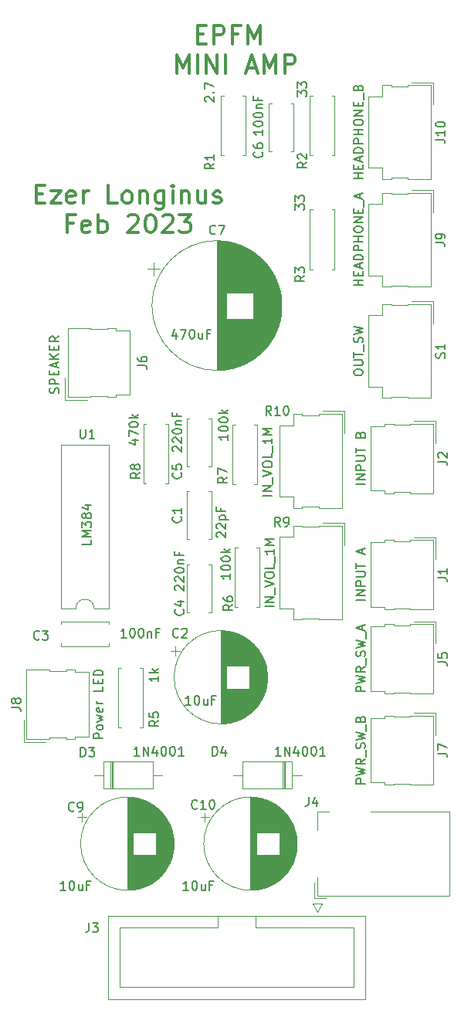
<source format=gbr>
%TF.GenerationSoftware,KiCad,Pcbnew,(6.0.7)*%
%TF.CreationDate,2023-02-21T16:05:42-05:00*%
%TF.ProjectId,MINI_AMP,4d494e49-5f41-44d5-902e-6b696361645f,rev?*%
%TF.SameCoordinates,Original*%
%TF.FileFunction,Legend,Top*%
%TF.FilePolarity,Positive*%
%FSLAX46Y46*%
G04 Gerber Fmt 4.6, Leading zero omitted, Abs format (unit mm)*
G04 Created by KiCad (PCBNEW (6.0.7)) date 2023-02-21 16:05:42*
%MOMM*%
%LPD*%
G01*
G04 APERTURE LIST*
%ADD10C,0.300000*%
%ADD11C,0.150000*%
%ADD12C,0.120000*%
G04 APERTURE END LIST*
D10*
X121809523Y-42497142D02*
X122476190Y-42497142D01*
X122761904Y-43544761D02*
X121809523Y-43544761D01*
X121809523Y-41544761D01*
X122761904Y-41544761D01*
X123619047Y-43544761D02*
X123619047Y-41544761D01*
X124380952Y-41544761D01*
X124571428Y-41640000D01*
X124666666Y-41735238D01*
X124761904Y-41925714D01*
X124761904Y-42211428D01*
X124666666Y-42401904D01*
X124571428Y-42497142D01*
X124380952Y-42592380D01*
X123619047Y-42592380D01*
X126285714Y-42497142D02*
X125619047Y-42497142D01*
X125619047Y-43544761D02*
X125619047Y-41544761D01*
X126571428Y-41544761D01*
X127333333Y-43544761D02*
X127333333Y-41544761D01*
X128000000Y-42973333D01*
X128666666Y-41544761D01*
X128666666Y-43544761D01*
X119571428Y-46764761D02*
X119571428Y-44764761D01*
X120238095Y-46193333D01*
X120904761Y-44764761D01*
X120904761Y-46764761D01*
X121857142Y-46764761D02*
X121857142Y-44764761D01*
X122809523Y-46764761D02*
X122809523Y-44764761D01*
X123952380Y-46764761D01*
X123952380Y-44764761D01*
X124904761Y-46764761D02*
X124904761Y-44764761D01*
X127285714Y-46193333D02*
X128238095Y-46193333D01*
X127095238Y-46764761D02*
X127761904Y-44764761D01*
X128428571Y-46764761D01*
X129095238Y-46764761D02*
X129095238Y-44764761D01*
X129761904Y-46193333D01*
X130428571Y-44764761D01*
X130428571Y-46764761D01*
X131380952Y-46764761D02*
X131380952Y-44764761D01*
X132142857Y-44764761D01*
X132333333Y-44860000D01*
X132428571Y-44955238D01*
X132523809Y-45145714D01*
X132523809Y-45431428D01*
X132428571Y-45621904D01*
X132333333Y-45717142D01*
X132142857Y-45812380D01*
X131380952Y-45812380D01*
X104154761Y-59997142D02*
X104821428Y-59997142D01*
X105107142Y-61044761D02*
X104154761Y-61044761D01*
X104154761Y-59044761D01*
X105107142Y-59044761D01*
X105773809Y-59711428D02*
X106821428Y-59711428D01*
X105773809Y-61044761D01*
X106821428Y-61044761D01*
X108345238Y-60949523D02*
X108154761Y-61044761D01*
X107773809Y-61044761D01*
X107583333Y-60949523D01*
X107488095Y-60759047D01*
X107488095Y-59997142D01*
X107583333Y-59806666D01*
X107773809Y-59711428D01*
X108154761Y-59711428D01*
X108345238Y-59806666D01*
X108440476Y-59997142D01*
X108440476Y-60187619D01*
X107488095Y-60378095D01*
X109297619Y-61044761D02*
X109297619Y-59711428D01*
X109297619Y-60092380D02*
X109392857Y-59901904D01*
X109488095Y-59806666D01*
X109678571Y-59711428D01*
X109869047Y-59711428D01*
X113011904Y-61044761D02*
X112059523Y-61044761D01*
X112059523Y-59044761D01*
X113964285Y-61044761D02*
X113773809Y-60949523D01*
X113678571Y-60854285D01*
X113583333Y-60663809D01*
X113583333Y-60092380D01*
X113678571Y-59901904D01*
X113773809Y-59806666D01*
X113964285Y-59711428D01*
X114250000Y-59711428D01*
X114440476Y-59806666D01*
X114535714Y-59901904D01*
X114630952Y-60092380D01*
X114630952Y-60663809D01*
X114535714Y-60854285D01*
X114440476Y-60949523D01*
X114250000Y-61044761D01*
X113964285Y-61044761D01*
X115488095Y-59711428D02*
X115488095Y-61044761D01*
X115488095Y-59901904D02*
X115583333Y-59806666D01*
X115773809Y-59711428D01*
X116059523Y-59711428D01*
X116250000Y-59806666D01*
X116345238Y-59997142D01*
X116345238Y-61044761D01*
X118154761Y-59711428D02*
X118154761Y-61330476D01*
X118059523Y-61520952D01*
X117964285Y-61616190D01*
X117773809Y-61711428D01*
X117488095Y-61711428D01*
X117297619Y-61616190D01*
X118154761Y-60949523D02*
X117964285Y-61044761D01*
X117583333Y-61044761D01*
X117392857Y-60949523D01*
X117297619Y-60854285D01*
X117202380Y-60663809D01*
X117202380Y-60092380D01*
X117297619Y-59901904D01*
X117392857Y-59806666D01*
X117583333Y-59711428D01*
X117964285Y-59711428D01*
X118154761Y-59806666D01*
X119107142Y-61044761D02*
X119107142Y-59711428D01*
X119107142Y-59044761D02*
X119011904Y-59140000D01*
X119107142Y-59235238D01*
X119202380Y-59140000D01*
X119107142Y-59044761D01*
X119107142Y-59235238D01*
X120059523Y-59711428D02*
X120059523Y-61044761D01*
X120059523Y-59901904D02*
X120154761Y-59806666D01*
X120345238Y-59711428D01*
X120630952Y-59711428D01*
X120821428Y-59806666D01*
X120916666Y-59997142D01*
X120916666Y-61044761D01*
X122726190Y-59711428D02*
X122726190Y-61044761D01*
X121869047Y-59711428D02*
X121869047Y-60759047D01*
X121964285Y-60949523D01*
X122154761Y-61044761D01*
X122440476Y-61044761D01*
X122630952Y-60949523D01*
X122726190Y-60854285D01*
X123583333Y-60949523D02*
X123773809Y-61044761D01*
X124154761Y-61044761D01*
X124345238Y-60949523D01*
X124440476Y-60759047D01*
X124440476Y-60663809D01*
X124345238Y-60473333D01*
X124154761Y-60378095D01*
X123869047Y-60378095D01*
X123678571Y-60282857D01*
X123583333Y-60092380D01*
X123583333Y-59997142D01*
X123678571Y-59806666D01*
X123869047Y-59711428D01*
X124154761Y-59711428D01*
X124345238Y-59806666D01*
X108202380Y-63217142D02*
X107535714Y-63217142D01*
X107535714Y-64264761D02*
X107535714Y-62264761D01*
X108488095Y-62264761D01*
X110011904Y-64169523D02*
X109821428Y-64264761D01*
X109440476Y-64264761D01*
X109250000Y-64169523D01*
X109154761Y-63979047D01*
X109154761Y-63217142D01*
X109250000Y-63026666D01*
X109440476Y-62931428D01*
X109821428Y-62931428D01*
X110011904Y-63026666D01*
X110107142Y-63217142D01*
X110107142Y-63407619D01*
X109154761Y-63598095D01*
X110964285Y-64264761D02*
X110964285Y-62264761D01*
X110964285Y-63026666D02*
X111154761Y-62931428D01*
X111535714Y-62931428D01*
X111726190Y-63026666D01*
X111821428Y-63121904D01*
X111916666Y-63312380D01*
X111916666Y-63883809D01*
X111821428Y-64074285D01*
X111726190Y-64169523D01*
X111535714Y-64264761D01*
X111154761Y-64264761D01*
X110964285Y-64169523D01*
X114202380Y-62455238D02*
X114297619Y-62360000D01*
X114488095Y-62264761D01*
X114964285Y-62264761D01*
X115154761Y-62360000D01*
X115250000Y-62455238D01*
X115345238Y-62645714D01*
X115345238Y-62836190D01*
X115250000Y-63121904D01*
X114107142Y-64264761D01*
X115345238Y-64264761D01*
X116583333Y-62264761D02*
X116773809Y-62264761D01*
X116964285Y-62360000D01*
X117059523Y-62455238D01*
X117154761Y-62645714D01*
X117250000Y-63026666D01*
X117250000Y-63502857D01*
X117154761Y-63883809D01*
X117059523Y-64074285D01*
X116964285Y-64169523D01*
X116773809Y-64264761D01*
X116583333Y-64264761D01*
X116392857Y-64169523D01*
X116297619Y-64074285D01*
X116202380Y-63883809D01*
X116107142Y-63502857D01*
X116107142Y-63026666D01*
X116202380Y-62645714D01*
X116297619Y-62455238D01*
X116392857Y-62360000D01*
X116583333Y-62264761D01*
X118011904Y-62455238D02*
X118107142Y-62360000D01*
X118297619Y-62264761D01*
X118773809Y-62264761D01*
X118964285Y-62360000D01*
X119059523Y-62455238D01*
X119154761Y-62645714D01*
X119154761Y-62836190D01*
X119059523Y-63121904D01*
X117916666Y-64264761D01*
X119154761Y-64264761D01*
X119821428Y-62264761D02*
X121059523Y-62264761D01*
X120392857Y-63026666D01*
X120678571Y-63026666D01*
X120869047Y-63121904D01*
X120964285Y-63217142D01*
X121059523Y-63407619D01*
X121059523Y-63883809D01*
X120964285Y-64074285D01*
X120869047Y-64169523D01*
X120678571Y-64264761D01*
X120107142Y-64264761D01*
X119916666Y-64169523D01*
X119821428Y-64074285D01*
D11*
%TO.C,R6*%
X125674380Y-105068666D02*
X125198190Y-105402000D01*
X125674380Y-105640095D02*
X124674380Y-105640095D01*
X124674380Y-105259142D01*
X124722000Y-105163904D01*
X124769619Y-105116285D01*
X124864857Y-105068666D01*
X125007714Y-105068666D01*
X125102952Y-105116285D01*
X125150571Y-105163904D01*
X125198190Y-105259142D01*
X125198190Y-105640095D01*
X124674380Y-104211523D02*
X124674380Y-104402000D01*
X124722000Y-104497238D01*
X124769619Y-104544857D01*
X124912476Y-104640095D01*
X125102952Y-104687714D01*
X125483904Y-104687714D01*
X125579142Y-104640095D01*
X125626761Y-104592476D01*
X125674380Y-104497238D01*
X125674380Y-104306761D01*
X125626761Y-104211523D01*
X125579142Y-104163904D01*
X125483904Y-104116285D01*
X125245809Y-104116285D01*
X125150571Y-104163904D01*
X125102952Y-104211523D01*
X125055333Y-104306761D01*
X125055333Y-104497238D01*
X125102952Y-104592476D01*
X125150571Y-104640095D01*
X125245809Y-104687714D01*
X125420380Y-101655428D02*
X125420380Y-102226857D01*
X125420380Y-101941142D02*
X124420380Y-101941142D01*
X124563238Y-102036380D01*
X124658476Y-102131619D01*
X124706095Y-102226857D01*
X124420380Y-101036380D02*
X124420380Y-100941142D01*
X124468000Y-100845904D01*
X124515619Y-100798285D01*
X124610857Y-100750666D01*
X124801333Y-100703047D01*
X125039428Y-100703047D01*
X125229904Y-100750666D01*
X125325142Y-100798285D01*
X125372761Y-100845904D01*
X125420380Y-100941142D01*
X125420380Y-101036380D01*
X125372761Y-101131619D01*
X125325142Y-101179238D01*
X125229904Y-101226857D01*
X125039428Y-101274476D01*
X124801333Y-101274476D01*
X124610857Y-101226857D01*
X124515619Y-101179238D01*
X124468000Y-101131619D01*
X124420380Y-101036380D01*
X124420380Y-100084000D02*
X124420380Y-99988761D01*
X124468000Y-99893523D01*
X124515619Y-99845904D01*
X124610857Y-99798285D01*
X124801333Y-99750666D01*
X125039428Y-99750666D01*
X125229904Y-99798285D01*
X125325142Y-99845904D01*
X125372761Y-99893523D01*
X125420380Y-99988761D01*
X125420380Y-100084000D01*
X125372761Y-100179238D01*
X125325142Y-100226857D01*
X125229904Y-100274476D01*
X125039428Y-100322095D01*
X124801333Y-100322095D01*
X124610857Y-100274476D01*
X124515619Y-100226857D01*
X124468000Y-100179238D01*
X124420380Y-100084000D01*
X125420380Y-99322095D02*
X124420380Y-99322095D01*
X125039428Y-99226857D02*
X125420380Y-98941142D01*
X124753714Y-98941142D02*
X125134666Y-99322095D01*
%TO.C,J9*%
X147952380Y-65373333D02*
X148666666Y-65373333D01*
X148809523Y-65420952D01*
X148904761Y-65516190D01*
X148952380Y-65659047D01*
X148952380Y-65754285D01*
X148952380Y-64849523D02*
X148952380Y-64659047D01*
X148904761Y-64563809D01*
X148857142Y-64516190D01*
X148714285Y-64420952D01*
X148523809Y-64373333D01*
X148142857Y-64373333D01*
X148047619Y-64420952D01*
X148000000Y-64468571D01*
X147952380Y-64563809D01*
X147952380Y-64754285D01*
X148000000Y-64849523D01*
X148047619Y-64897142D01*
X148142857Y-64944761D01*
X148380952Y-64944761D01*
X148476190Y-64897142D01*
X148523809Y-64849523D01*
X148571428Y-64754285D01*
X148571428Y-64563809D01*
X148523809Y-64468571D01*
X148476190Y-64420952D01*
X148380952Y-64373333D01*
X139952380Y-70040000D02*
X138952380Y-70040000D01*
X139428571Y-70040000D02*
X139428571Y-69468571D01*
X139952380Y-69468571D02*
X138952380Y-69468571D01*
X139428571Y-68992380D02*
X139428571Y-68659047D01*
X139952380Y-68516190D02*
X139952380Y-68992380D01*
X138952380Y-68992380D01*
X138952380Y-68516190D01*
X139666666Y-68135238D02*
X139666666Y-67659047D01*
X139952380Y-68230476D02*
X138952380Y-67897142D01*
X139952380Y-67563809D01*
X139952380Y-67230476D02*
X138952380Y-67230476D01*
X138952380Y-66992380D01*
X139000000Y-66849523D01*
X139095238Y-66754285D01*
X139190476Y-66706666D01*
X139380952Y-66659047D01*
X139523809Y-66659047D01*
X139714285Y-66706666D01*
X139809523Y-66754285D01*
X139904761Y-66849523D01*
X139952380Y-66992380D01*
X139952380Y-67230476D01*
X139952380Y-66230476D02*
X138952380Y-66230476D01*
X138952380Y-65849523D01*
X139000000Y-65754285D01*
X139047619Y-65706666D01*
X139142857Y-65659047D01*
X139285714Y-65659047D01*
X139380952Y-65706666D01*
X139428571Y-65754285D01*
X139476190Y-65849523D01*
X139476190Y-66230476D01*
X139952380Y-65230476D02*
X138952380Y-65230476D01*
X139428571Y-65230476D02*
X139428571Y-64659047D01*
X139952380Y-64659047D02*
X138952380Y-64659047D01*
X138952380Y-63992380D02*
X138952380Y-63801904D01*
X139000000Y-63706666D01*
X139095238Y-63611428D01*
X139285714Y-63563809D01*
X139619047Y-63563809D01*
X139809523Y-63611428D01*
X139904761Y-63706666D01*
X139952380Y-63801904D01*
X139952380Y-63992380D01*
X139904761Y-64087619D01*
X139809523Y-64182857D01*
X139619047Y-64230476D01*
X139285714Y-64230476D01*
X139095238Y-64182857D01*
X139000000Y-64087619D01*
X138952380Y-63992380D01*
X139952380Y-63135238D02*
X138952380Y-63135238D01*
X139952380Y-62563809D01*
X138952380Y-62563809D01*
X139428571Y-62087619D02*
X139428571Y-61754285D01*
X139952380Y-61611428D02*
X139952380Y-62087619D01*
X138952380Y-62087619D01*
X138952380Y-61611428D01*
X140047619Y-61420952D02*
X140047619Y-60659047D01*
X139666666Y-60468571D02*
X139666666Y-59992380D01*
X139952380Y-60563809D02*
X138952380Y-60230476D01*
X139952380Y-59897142D01*
%TO.C,R2*%
X133802380Y-56554666D02*
X133326190Y-56888000D01*
X133802380Y-57126095D02*
X132802380Y-57126095D01*
X132802380Y-56745142D01*
X132850000Y-56649904D01*
X132897619Y-56602285D01*
X132992857Y-56554666D01*
X133135714Y-56554666D01*
X133230952Y-56602285D01*
X133278571Y-56649904D01*
X133326190Y-56745142D01*
X133326190Y-57126095D01*
X132897619Y-56173714D02*
X132850000Y-56126095D01*
X132802380Y-56030857D01*
X132802380Y-55792761D01*
X132850000Y-55697523D01*
X132897619Y-55649904D01*
X132992857Y-55602285D01*
X133088095Y-55602285D01*
X133230952Y-55649904D01*
X133802380Y-56221333D01*
X133802380Y-55602285D01*
X132802380Y-49323523D02*
X132802380Y-48704476D01*
X133183333Y-49037809D01*
X133183333Y-48894952D01*
X133230952Y-48799714D01*
X133278571Y-48752095D01*
X133373809Y-48704476D01*
X133611904Y-48704476D01*
X133707142Y-48752095D01*
X133754761Y-48799714D01*
X133802380Y-48894952D01*
X133802380Y-49180666D01*
X133754761Y-49275904D01*
X133707142Y-49323523D01*
X132802380Y-48371142D02*
X132802380Y-47752095D01*
X133183333Y-48085428D01*
X133183333Y-47942571D01*
X133230952Y-47847333D01*
X133278571Y-47799714D01*
X133373809Y-47752095D01*
X133611904Y-47752095D01*
X133707142Y-47799714D01*
X133754761Y-47847333D01*
X133802380Y-47942571D01*
X133802380Y-48228285D01*
X133754761Y-48323523D01*
X133707142Y-48371142D01*
%TO.C,R9*%
X130897333Y-96464380D02*
X130564000Y-95988190D01*
X130325904Y-96464380D02*
X130325904Y-95464380D01*
X130706857Y-95464380D01*
X130802095Y-95512000D01*
X130849714Y-95559619D01*
X130897333Y-95654857D01*
X130897333Y-95797714D01*
X130849714Y-95892952D01*
X130802095Y-95940571D01*
X130706857Y-95988190D01*
X130325904Y-95988190D01*
X131373523Y-96464380D02*
X131564000Y-96464380D01*
X131659238Y-96416761D01*
X131706857Y-96369142D01*
X131802095Y-96226285D01*
X131849714Y-96035809D01*
X131849714Y-95654857D01*
X131802095Y-95559619D01*
X131754476Y-95512000D01*
X131659238Y-95464380D01*
X131468761Y-95464380D01*
X131373523Y-95512000D01*
X131325904Y-95559619D01*
X131278285Y-95654857D01*
X131278285Y-95892952D01*
X131325904Y-95988190D01*
X131373523Y-96035809D01*
X131468761Y-96083428D01*
X131659238Y-96083428D01*
X131754476Y-96035809D01*
X131802095Y-95988190D01*
X131849714Y-95892952D01*
X130202380Y-105230476D02*
X129202380Y-105230476D01*
X130202380Y-104754285D02*
X129202380Y-104754285D01*
X130202380Y-104182857D01*
X129202380Y-104182857D01*
X130297619Y-103944761D02*
X130297619Y-103182857D01*
X129202380Y-103087619D02*
X130202380Y-102754285D01*
X129202380Y-102420952D01*
X129202380Y-101897142D02*
X129202380Y-101706666D01*
X129250000Y-101611428D01*
X129345238Y-101516190D01*
X129535714Y-101468571D01*
X129869047Y-101468571D01*
X130059523Y-101516190D01*
X130154761Y-101611428D01*
X130202380Y-101706666D01*
X130202380Y-101897142D01*
X130154761Y-101992380D01*
X130059523Y-102087619D01*
X129869047Y-102135238D01*
X129535714Y-102135238D01*
X129345238Y-102087619D01*
X129250000Y-101992380D01*
X129202380Y-101897142D01*
X130202380Y-100563809D02*
X130202380Y-101040000D01*
X129202380Y-101040000D01*
X130297619Y-100468571D02*
X130297619Y-99706666D01*
X130202380Y-98944761D02*
X130202380Y-99516190D01*
X130202380Y-99230476D02*
X129202380Y-99230476D01*
X129345238Y-99325714D01*
X129440476Y-99420952D01*
X129488095Y-99516190D01*
X130202380Y-98516190D02*
X129202380Y-98516190D01*
X129916666Y-98182857D01*
X129202380Y-97849523D01*
X130202380Y-97849523D01*
%TO.C,C3*%
X104481333Y-108815142D02*
X104433714Y-108862761D01*
X104290857Y-108910380D01*
X104195619Y-108910380D01*
X104052761Y-108862761D01*
X103957523Y-108767523D01*
X103909904Y-108672285D01*
X103862285Y-108481809D01*
X103862285Y-108338952D01*
X103909904Y-108148476D01*
X103957523Y-108053238D01*
X104052761Y-107958000D01*
X104195619Y-107910380D01*
X104290857Y-107910380D01*
X104433714Y-107958000D01*
X104481333Y-108005619D01*
X104814666Y-107910380D02*
X105433714Y-107910380D01*
X105100380Y-108291333D01*
X105243238Y-108291333D01*
X105338476Y-108338952D01*
X105386095Y-108386571D01*
X105433714Y-108481809D01*
X105433714Y-108719904D01*
X105386095Y-108815142D01*
X105338476Y-108862761D01*
X105243238Y-108910380D01*
X104957523Y-108910380D01*
X104862285Y-108862761D01*
X104814666Y-108815142D01*
X114022380Y-108656380D02*
X113450952Y-108656380D01*
X113736666Y-108656380D02*
X113736666Y-107656380D01*
X113641428Y-107799238D01*
X113546190Y-107894476D01*
X113450952Y-107942095D01*
X114641428Y-107656380D02*
X114736666Y-107656380D01*
X114831904Y-107704000D01*
X114879523Y-107751619D01*
X114927142Y-107846857D01*
X114974761Y-108037333D01*
X114974761Y-108275428D01*
X114927142Y-108465904D01*
X114879523Y-108561142D01*
X114831904Y-108608761D01*
X114736666Y-108656380D01*
X114641428Y-108656380D01*
X114546190Y-108608761D01*
X114498571Y-108561142D01*
X114450952Y-108465904D01*
X114403333Y-108275428D01*
X114403333Y-108037333D01*
X114450952Y-107846857D01*
X114498571Y-107751619D01*
X114546190Y-107704000D01*
X114641428Y-107656380D01*
X115593809Y-107656380D02*
X115689047Y-107656380D01*
X115784285Y-107704000D01*
X115831904Y-107751619D01*
X115879523Y-107846857D01*
X115927142Y-108037333D01*
X115927142Y-108275428D01*
X115879523Y-108465904D01*
X115831904Y-108561142D01*
X115784285Y-108608761D01*
X115689047Y-108656380D01*
X115593809Y-108656380D01*
X115498571Y-108608761D01*
X115450952Y-108561142D01*
X115403333Y-108465904D01*
X115355714Y-108275428D01*
X115355714Y-108037333D01*
X115403333Y-107846857D01*
X115450952Y-107751619D01*
X115498571Y-107704000D01*
X115593809Y-107656380D01*
X116355714Y-107989714D02*
X116355714Y-108656380D01*
X116355714Y-108084952D02*
X116403333Y-108037333D01*
X116498571Y-107989714D01*
X116641428Y-107989714D01*
X116736666Y-108037333D01*
X116784285Y-108132571D01*
X116784285Y-108656380D01*
X117593809Y-108132571D02*
X117260476Y-108132571D01*
X117260476Y-108656380D02*
X117260476Y-107656380D01*
X117736666Y-107656380D01*
%TO.C,J10*%
X147952380Y-54059523D02*
X148666666Y-54059523D01*
X148809523Y-54107142D01*
X148904761Y-54202380D01*
X148952380Y-54345238D01*
X148952380Y-54440476D01*
X148952380Y-53059523D02*
X148952380Y-53630952D01*
X148952380Y-53345238D02*
X147952380Y-53345238D01*
X148095238Y-53440476D01*
X148190476Y-53535714D01*
X148238095Y-53630952D01*
X147952380Y-52440476D02*
X147952380Y-52345238D01*
X148000000Y-52250000D01*
X148047619Y-52202380D01*
X148142857Y-52154761D01*
X148333333Y-52107142D01*
X148571428Y-52107142D01*
X148761904Y-52154761D01*
X148857142Y-52202380D01*
X148904761Y-52250000D01*
X148952380Y-52345238D01*
X148952380Y-52440476D01*
X148904761Y-52535714D01*
X148857142Y-52583333D01*
X148761904Y-52630952D01*
X148571428Y-52678571D01*
X148333333Y-52678571D01*
X148142857Y-52630952D01*
X148047619Y-52583333D01*
X148000000Y-52535714D01*
X147952380Y-52440476D01*
X139952380Y-58321428D02*
X138952380Y-58321428D01*
X139428571Y-58321428D02*
X139428571Y-57750000D01*
X139952380Y-57750000D02*
X138952380Y-57750000D01*
X139428571Y-57273809D02*
X139428571Y-56940476D01*
X139952380Y-56797619D02*
X139952380Y-57273809D01*
X138952380Y-57273809D01*
X138952380Y-56797619D01*
X139666666Y-56416666D02*
X139666666Y-55940476D01*
X139952380Y-56511904D02*
X138952380Y-56178571D01*
X139952380Y-55845238D01*
X139952380Y-55511904D02*
X138952380Y-55511904D01*
X138952380Y-55273809D01*
X139000000Y-55130952D01*
X139095238Y-55035714D01*
X139190476Y-54988095D01*
X139380952Y-54940476D01*
X139523809Y-54940476D01*
X139714285Y-54988095D01*
X139809523Y-55035714D01*
X139904761Y-55130952D01*
X139952380Y-55273809D01*
X139952380Y-55511904D01*
X139952380Y-54511904D02*
X138952380Y-54511904D01*
X138952380Y-54130952D01*
X139000000Y-54035714D01*
X139047619Y-53988095D01*
X139142857Y-53940476D01*
X139285714Y-53940476D01*
X139380952Y-53988095D01*
X139428571Y-54035714D01*
X139476190Y-54130952D01*
X139476190Y-54511904D01*
X139952380Y-53511904D02*
X138952380Y-53511904D01*
X139428571Y-53511904D02*
X139428571Y-52940476D01*
X139952380Y-52940476D02*
X138952380Y-52940476D01*
X138952380Y-52273809D02*
X138952380Y-52083333D01*
X139000000Y-51988095D01*
X139095238Y-51892857D01*
X139285714Y-51845238D01*
X139619047Y-51845238D01*
X139809523Y-51892857D01*
X139904761Y-51988095D01*
X139952380Y-52083333D01*
X139952380Y-52273809D01*
X139904761Y-52369047D01*
X139809523Y-52464285D01*
X139619047Y-52511904D01*
X139285714Y-52511904D01*
X139095238Y-52464285D01*
X139000000Y-52369047D01*
X138952380Y-52273809D01*
X139952380Y-51416666D02*
X138952380Y-51416666D01*
X139952380Y-50845238D01*
X138952380Y-50845238D01*
X139428571Y-50369047D02*
X139428571Y-50035714D01*
X139952380Y-49892857D02*
X139952380Y-50369047D01*
X138952380Y-50369047D01*
X138952380Y-49892857D01*
X140047619Y-49702380D02*
X140047619Y-48940476D01*
X139428571Y-48369047D02*
X139476190Y-48226190D01*
X139523809Y-48178571D01*
X139619047Y-48130952D01*
X139761904Y-48130952D01*
X139857142Y-48178571D01*
X139904761Y-48226190D01*
X139952380Y-48321428D01*
X139952380Y-48702380D01*
X138952380Y-48702380D01*
X138952380Y-48369047D01*
X139000000Y-48273809D01*
X139047619Y-48226190D01*
X139142857Y-48178571D01*
X139238095Y-48178571D01*
X139333333Y-48226190D01*
X139380952Y-48273809D01*
X139428571Y-48369047D01*
X139428571Y-48702380D01*
%TO.C,C7*%
X123785605Y-64357142D02*
X123737986Y-64404761D01*
X123595129Y-64452380D01*
X123499891Y-64452380D01*
X123357033Y-64404761D01*
X123261795Y-64309523D01*
X123214176Y-64214285D01*
X123166557Y-64023809D01*
X123166557Y-63880952D01*
X123214176Y-63690476D01*
X123261795Y-63595238D01*
X123357033Y-63500000D01*
X123499891Y-63452380D01*
X123595129Y-63452380D01*
X123737986Y-63500000D01*
X123785605Y-63547619D01*
X124118938Y-63452380D02*
X124785605Y-63452380D01*
X124357033Y-64452380D01*
X119515142Y-75223714D02*
X119515142Y-75890380D01*
X119277047Y-74842761D02*
X119038952Y-75557047D01*
X119658000Y-75557047D01*
X119943714Y-74890380D02*
X120610380Y-74890380D01*
X120181809Y-75890380D01*
X121181809Y-74890380D02*
X121277047Y-74890380D01*
X121372285Y-74938000D01*
X121419904Y-74985619D01*
X121467523Y-75080857D01*
X121515142Y-75271333D01*
X121515142Y-75509428D01*
X121467523Y-75699904D01*
X121419904Y-75795142D01*
X121372285Y-75842761D01*
X121277047Y-75890380D01*
X121181809Y-75890380D01*
X121086571Y-75842761D01*
X121038952Y-75795142D01*
X120991333Y-75699904D01*
X120943714Y-75509428D01*
X120943714Y-75271333D01*
X120991333Y-75080857D01*
X121038952Y-74985619D01*
X121086571Y-74938000D01*
X121181809Y-74890380D01*
X122372285Y-75223714D02*
X122372285Y-75890380D01*
X121943714Y-75223714D02*
X121943714Y-75747523D01*
X121991333Y-75842761D01*
X122086571Y-75890380D01*
X122229428Y-75890380D01*
X122324666Y-75842761D01*
X122372285Y-75795142D01*
X123181809Y-75366571D02*
X122848476Y-75366571D01*
X122848476Y-75890380D02*
X122848476Y-74890380D01*
X123324666Y-74890380D01*
%TO.C,R7*%
X125082380Y-91098666D02*
X124606190Y-91432000D01*
X125082380Y-91670095D02*
X124082380Y-91670095D01*
X124082380Y-91289142D01*
X124130000Y-91193904D01*
X124177619Y-91146285D01*
X124272857Y-91098666D01*
X124415714Y-91098666D01*
X124510952Y-91146285D01*
X124558571Y-91193904D01*
X124606190Y-91289142D01*
X124606190Y-91670095D01*
X124082380Y-90765333D02*
X124082380Y-90098666D01*
X125082380Y-90527238D01*
X125166380Y-86415428D02*
X125166380Y-86986857D01*
X125166380Y-86701142D02*
X124166380Y-86701142D01*
X124309238Y-86796380D01*
X124404476Y-86891619D01*
X124452095Y-86986857D01*
X124166380Y-85796380D02*
X124166380Y-85701142D01*
X124214000Y-85605904D01*
X124261619Y-85558285D01*
X124356857Y-85510666D01*
X124547333Y-85463047D01*
X124785428Y-85463047D01*
X124975904Y-85510666D01*
X125071142Y-85558285D01*
X125118761Y-85605904D01*
X125166380Y-85701142D01*
X125166380Y-85796380D01*
X125118761Y-85891619D01*
X125071142Y-85939238D01*
X124975904Y-85986857D01*
X124785428Y-86034476D01*
X124547333Y-86034476D01*
X124356857Y-85986857D01*
X124261619Y-85939238D01*
X124214000Y-85891619D01*
X124166380Y-85796380D01*
X124166380Y-84844000D02*
X124166380Y-84748761D01*
X124214000Y-84653523D01*
X124261619Y-84605904D01*
X124356857Y-84558285D01*
X124547333Y-84510666D01*
X124785428Y-84510666D01*
X124975904Y-84558285D01*
X125071142Y-84605904D01*
X125118761Y-84653523D01*
X125166380Y-84748761D01*
X125166380Y-84844000D01*
X125118761Y-84939238D01*
X125071142Y-84986857D01*
X124975904Y-85034476D01*
X124785428Y-85082095D01*
X124547333Y-85082095D01*
X124356857Y-85034476D01*
X124261619Y-84986857D01*
X124214000Y-84939238D01*
X124166380Y-84844000D01*
X125166380Y-84082095D02*
X124166380Y-84082095D01*
X124785428Y-83986857D02*
X125166380Y-83701142D01*
X124499714Y-83701142D02*
X124880666Y-84082095D01*
%TO.C,C10*%
X121785142Y-127357142D02*
X121737523Y-127404761D01*
X121594666Y-127452380D01*
X121499428Y-127452380D01*
X121356571Y-127404761D01*
X121261333Y-127309523D01*
X121213714Y-127214285D01*
X121166095Y-127023809D01*
X121166095Y-126880952D01*
X121213714Y-126690476D01*
X121261333Y-126595238D01*
X121356571Y-126500000D01*
X121499428Y-126452380D01*
X121594666Y-126452380D01*
X121737523Y-126500000D01*
X121785142Y-126547619D01*
X122737523Y-127452380D02*
X122166095Y-127452380D01*
X122451809Y-127452380D02*
X122451809Y-126452380D01*
X122356571Y-126595238D01*
X122261333Y-126690476D01*
X122166095Y-126738095D01*
X123356571Y-126452380D02*
X123451809Y-126452380D01*
X123547047Y-126500000D01*
X123594666Y-126547619D01*
X123642285Y-126642857D01*
X123689904Y-126833333D01*
X123689904Y-127071428D01*
X123642285Y-127261904D01*
X123594666Y-127357142D01*
X123547047Y-127404761D01*
X123451809Y-127452380D01*
X123356571Y-127452380D01*
X123261333Y-127404761D01*
X123213714Y-127357142D01*
X123166095Y-127261904D01*
X123118476Y-127071428D01*
X123118476Y-126833333D01*
X123166095Y-126642857D01*
X123213714Y-126547619D01*
X123261333Y-126500000D01*
X123356571Y-126452380D01*
X120848571Y-136342380D02*
X120277142Y-136342380D01*
X120562857Y-136342380D02*
X120562857Y-135342380D01*
X120467619Y-135485238D01*
X120372380Y-135580476D01*
X120277142Y-135628095D01*
X121467619Y-135342380D02*
X121562857Y-135342380D01*
X121658095Y-135390000D01*
X121705714Y-135437619D01*
X121753333Y-135532857D01*
X121800952Y-135723333D01*
X121800952Y-135961428D01*
X121753333Y-136151904D01*
X121705714Y-136247142D01*
X121658095Y-136294761D01*
X121562857Y-136342380D01*
X121467619Y-136342380D01*
X121372380Y-136294761D01*
X121324761Y-136247142D01*
X121277142Y-136151904D01*
X121229523Y-135961428D01*
X121229523Y-135723333D01*
X121277142Y-135532857D01*
X121324761Y-135437619D01*
X121372380Y-135390000D01*
X121467619Y-135342380D01*
X122658095Y-135675714D02*
X122658095Y-136342380D01*
X122229523Y-135675714D02*
X122229523Y-136199523D01*
X122277142Y-136294761D01*
X122372380Y-136342380D01*
X122515238Y-136342380D01*
X122610476Y-136294761D01*
X122658095Y-136247142D01*
X123467619Y-135818571D02*
X123134285Y-135818571D01*
X123134285Y-136342380D02*
X123134285Y-135342380D01*
X123610476Y-135342380D01*
%TO.C,J7*%
X148202380Y-121353333D02*
X148916666Y-121353333D01*
X149059523Y-121400952D01*
X149154761Y-121496190D01*
X149202380Y-121639047D01*
X149202380Y-121734285D01*
X148202380Y-120972380D02*
X148202380Y-120305714D01*
X149202380Y-120734285D01*
X140202380Y-124662857D02*
X139202380Y-124662857D01*
X139202380Y-124281904D01*
X139250000Y-124186666D01*
X139297619Y-124139047D01*
X139392857Y-124091428D01*
X139535714Y-124091428D01*
X139630952Y-124139047D01*
X139678571Y-124186666D01*
X139726190Y-124281904D01*
X139726190Y-124662857D01*
X139202380Y-123758095D02*
X140202380Y-123520000D01*
X139488095Y-123329523D01*
X140202380Y-123139047D01*
X139202380Y-122900952D01*
X140202380Y-121948571D02*
X139726190Y-122281904D01*
X140202380Y-122520000D02*
X139202380Y-122520000D01*
X139202380Y-122139047D01*
X139250000Y-122043809D01*
X139297619Y-121996190D01*
X139392857Y-121948571D01*
X139535714Y-121948571D01*
X139630952Y-121996190D01*
X139678571Y-122043809D01*
X139726190Y-122139047D01*
X139726190Y-122520000D01*
X140297619Y-121758095D02*
X140297619Y-120996190D01*
X140154761Y-120805714D02*
X140202380Y-120662857D01*
X140202380Y-120424761D01*
X140154761Y-120329523D01*
X140107142Y-120281904D01*
X140011904Y-120234285D01*
X139916666Y-120234285D01*
X139821428Y-120281904D01*
X139773809Y-120329523D01*
X139726190Y-120424761D01*
X139678571Y-120615238D01*
X139630952Y-120710476D01*
X139583333Y-120758095D01*
X139488095Y-120805714D01*
X139392857Y-120805714D01*
X139297619Y-120758095D01*
X139250000Y-120710476D01*
X139202380Y-120615238D01*
X139202380Y-120377142D01*
X139250000Y-120234285D01*
X139202380Y-119900952D02*
X140202380Y-119662857D01*
X139488095Y-119472380D01*
X140202380Y-119281904D01*
X139202380Y-119043809D01*
X140297619Y-118900952D02*
X140297619Y-118139047D01*
X139678571Y-117567619D02*
X139726190Y-117424761D01*
X139773809Y-117377142D01*
X139869047Y-117329523D01*
X140011904Y-117329523D01*
X140107142Y-117377142D01*
X140154761Y-117424761D01*
X140202380Y-117520000D01*
X140202380Y-117900952D01*
X139202380Y-117900952D01*
X139202380Y-117567619D01*
X139250000Y-117472380D01*
X139297619Y-117424761D01*
X139392857Y-117377142D01*
X139488095Y-117377142D01*
X139583333Y-117424761D01*
X139630952Y-117472380D01*
X139678571Y-117567619D01*
X139678571Y-117900952D01*
%TO.C,J2*%
X148202380Y-89353333D02*
X148916666Y-89353333D01*
X149059523Y-89400952D01*
X149154761Y-89496190D01*
X149202380Y-89639047D01*
X149202380Y-89734285D01*
X148297619Y-88924761D02*
X148250000Y-88877142D01*
X148202380Y-88781904D01*
X148202380Y-88543809D01*
X148250000Y-88448571D01*
X148297619Y-88400952D01*
X148392857Y-88353333D01*
X148488095Y-88353333D01*
X148630952Y-88400952D01*
X149202380Y-88972380D01*
X149202380Y-88353333D01*
X140202380Y-91829523D02*
X139202380Y-91829523D01*
X140202380Y-91353333D02*
X139202380Y-91353333D01*
X140202380Y-90781904D01*
X139202380Y-90781904D01*
X140202380Y-90305714D02*
X139202380Y-90305714D01*
X139202380Y-89924761D01*
X139250000Y-89829523D01*
X139297619Y-89781904D01*
X139392857Y-89734285D01*
X139535714Y-89734285D01*
X139630952Y-89781904D01*
X139678571Y-89829523D01*
X139726190Y-89924761D01*
X139726190Y-90305714D01*
X139202380Y-89305714D02*
X140011904Y-89305714D01*
X140107142Y-89258095D01*
X140154761Y-89210476D01*
X140202380Y-89115238D01*
X140202380Y-88924761D01*
X140154761Y-88829523D01*
X140107142Y-88781904D01*
X140011904Y-88734285D01*
X139202380Y-88734285D01*
X139202380Y-88400952D02*
X139202380Y-87829523D01*
X140202380Y-88115238D02*
X139202380Y-88115238D01*
X139678571Y-86400952D02*
X139726190Y-86258095D01*
X139773809Y-86210476D01*
X139869047Y-86162857D01*
X140011904Y-86162857D01*
X140107142Y-86210476D01*
X140154761Y-86258095D01*
X140202380Y-86353333D01*
X140202380Y-86734285D01*
X139202380Y-86734285D01*
X139202380Y-86400952D01*
X139250000Y-86305714D01*
X139297619Y-86258095D01*
X139392857Y-86210476D01*
X139488095Y-86210476D01*
X139583333Y-86258095D01*
X139630952Y-86305714D01*
X139678571Y-86400952D01*
X139678571Y-86734285D01*
%TO.C,C1*%
X119991142Y-95416666D02*
X120038761Y-95464285D01*
X120086380Y-95607142D01*
X120086380Y-95702380D01*
X120038761Y-95845238D01*
X119943523Y-95940476D01*
X119848285Y-95988095D01*
X119657809Y-96035714D01*
X119514952Y-96035714D01*
X119324476Y-95988095D01*
X119229238Y-95940476D01*
X119134000Y-95845238D01*
X119086380Y-95702380D01*
X119086380Y-95607142D01*
X119134000Y-95464285D01*
X119181619Y-95416666D01*
X120086380Y-94464285D02*
X120086380Y-95035714D01*
X120086380Y-94750000D02*
X119086380Y-94750000D01*
X119229238Y-94845238D01*
X119324476Y-94940476D01*
X119372095Y-95035714D01*
X124007619Y-97654857D02*
X123960000Y-97607238D01*
X123912380Y-97512000D01*
X123912380Y-97273904D01*
X123960000Y-97178666D01*
X124007619Y-97131047D01*
X124102857Y-97083428D01*
X124198095Y-97083428D01*
X124340952Y-97131047D01*
X124912380Y-97702476D01*
X124912380Y-97083428D01*
X124007619Y-96702476D02*
X123960000Y-96654857D01*
X123912380Y-96559619D01*
X123912380Y-96321523D01*
X123960000Y-96226285D01*
X124007619Y-96178666D01*
X124102857Y-96131047D01*
X124198095Y-96131047D01*
X124340952Y-96178666D01*
X124912380Y-96750095D01*
X124912380Y-96131047D01*
X124245714Y-95702476D02*
X125245714Y-95702476D01*
X124293333Y-95702476D02*
X124245714Y-95607238D01*
X124245714Y-95416761D01*
X124293333Y-95321523D01*
X124340952Y-95273904D01*
X124436190Y-95226285D01*
X124721904Y-95226285D01*
X124817142Y-95273904D01*
X124864761Y-95321523D01*
X124912380Y-95416761D01*
X124912380Y-95607238D01*
X124864761Y-95702476D01*
X124388571Y-94464380D02*
X124388571Y-94797714D01*
X124912380Y-94797714D02*
X123912380Y-94797714D01*
X123912380Y-94321523D01*
%TO.C,C5*%
X119991142Y-90590666D02*
X120038761Y-90638285D01*
X120086380Y-90781142D01*
X120086380Y-90876380D01*
X120038761Y-91019238D01*
X119943523Y-91114476D01*
X119848285Y-91162095D01*
X119657809Y-91209714D01*
X119514952Y-91209714D01*
X119324476Y-91162095D01*
X119229238Y-91114476D01*
X119134000Y-91019238D01*
X119086380Y-90876380D01*
X119086380Y-90781142D01*
X119134000Y-90638285D01*
X119181619Y-90590666D01*
X119086380Y-89685904D02*
X119086380Y-90162095D01*
X119562571Y-90209714D01*
X119514952Y-90162095D01*
X119467333Y-90066857D01*
X119467333Y-89828761D01*
X119514952Y-89733523D01*
X119562571Y-89685904D01*
X119657809Y-89638285D01*
X119895904Y-89638285D01*
X119991142Y-89685904D01*
X120038761Y-89733523D01*
X120086380Y-89828761D01*
X120086380Y-90066857D01*
X120038761Y-90162095D01*
X119991142Y-90209714D01*
X119181619Y-88225047D02*
X119134000Y-88177428D01*
X119086380Y-88082190D01*
X119086380Y-87844095D01*
X119134000Y-87748857D01*
X119181619Y-87701238D01*
X119276857Y-87653619D01*
X119372095Y-87653619D01*
X119514952Y-87701238D01*
X120086380Y-88272666D01*
X120086380Y-87653619D01*
X119181619Y-87272666D02*
X119134000Y-87225047D01*
X119086380Y-87129809D01*
X119086380Y-86891714D01*
X119134000Y-86796476D01*
X119181619Y-86748857D01*
X119276857Y-86701238D01*
X119372095Y-86701238D01*
X119514952Y-86748857D01*
X120086380Y-87320285D01*
X120086380Y-86701238D01*
X119086380Y-86082190D02*
X119086380Y-85986952D01*
X119134000Y-85891714D01*
X119181619Y-85844095D01*
X119276857Y-85796476D01*
X119467333Y-85748857D01*
X119705428Y-85748857D01*
X119895904Y-85796476D01*
X119991142Y-85844095D01*
X120038761Y-85891714D01*
X120086380Y-85986952D01*
X120086380Y-86082190D01*
X120038761Y-86177428D01*
X119991142Y-86225047D01*
X119895904Y-86272666D01*
X119705428Y-86320285D01*
X119467333Y-86320285D01*
X119276857Y-86272666D01*
X119181619Y-86225047D01*
X119134000Y-86177428D01*
X119086380Y-86082190D01*
X119419714Y-85320285D02*
X120086380Y-85320285D01*
X119514952Y-85320285D02*
X119467333Y-85272666D01*
X119419714Y-85177428D01*
X119419714Y-85034571D01*
X119467333Y-84939333D01*
X119562571Y-84891714D01*
X120086380Y-84891714D01*
X119562571Y-84082190D02*
X119562571Y-84415523D01*
X120086380Y-84415523D02*
X119086380Y-84415523D01*
X119086380Y-83939333D01*
%TO.C,J5*%
X148202380Y-111333333D02*
X148916666Y-111333333D01*
X149059523Y-111380952D01*
X149154761Y-111476190D01*
X149202380Y-111619047D01*
X149202380Y-111714285D01*
X148202380Y-110380952D02*
X148202380Y-110857142D01*
X148678571Y-110904761D01*
X148630952Y-110857142D01*
X148583333Y-110761904D01*
X148583333Y-110523809D01*
X148630952Y-110428571D01*
X148678571Y-110380952D01*
X148773809Y-110333333D01*
X149011904Y-110333333D01*
X149107142Y-110380952D01*
X149154761Y-110428571D01*
X149202380Y-110523809D01*
X149202380Y-110761904D01*
X149154761Y-110857142D01*
X149107142Y-110904761D01*
X140202380Y-114571428D02*
X139202380Y-114571428D01*
X139202380Y-114190476D01*
X139250000Y-114095238D01*
X139297619Y-114047619D01*
X139392857Y-114000000D01*
X139535714Y-114000000D01*
X139630952Y-114047619D01*
X139678571Y-114095238D01*
X139726190Y-114190476D01*
X139726190Y-114571428D01*
X139202380Y-113666666D02*
X140202380Y-113428571D01*
X139488095Y-113238095D01*
X140202380Y-113047619D01*
X139202380Y-112809523D01*
X140202380Y-111857142D02*
X139726190Y-112190476D01*
X140202380Y-112428571D02*
X139202380Y-112428571D01*
X139202380Y-112047619D01*
X139250000Y-111952380D01*
X139297619Y-111904761D01*
X139392857Y-111857142D01*
X139535714Y-111857142D01*
X139630952Y-111904761D01*
X139678571Y-111952380D01*
X139726190Y-112047619D01*
X139726190Y-112428571D01*
X140297619Y-111666666D02*
X140297619Y-110904761D01*
X140154761Y-110714285D02*
X140202380Y-110571428D01*
X140202380Y-110333333D01*
X140154761Y-110238095D01*
X140107142Y-110190476D01*
X140011904Y-110142857D01*
X139916666Y-110142857D01*
X139821428Y-110190476D01*
X139773809Y-110238095D01*
X139726190Y-110333333D01*
X139678571Y-110523809D01*
X139630952Y-110619047D01*
X139583333Y-110666666D01*
X139488095Y-110714285D01*
X139392857Y-110714285D01*
X139297619Y-110666666D01*
X139250000Y-110619047D01*
X139202380Y-110523809D01*
X139202380Y-110285714D01*
X139250000Y-110142857D01*
X139202380Y-109809523D02*
X140202380Y-109571428D01*
X139488095Y-109380952D01*
X140202380Y-109190476D01*
X139202380Y-108952380D01*
X140297619Y-108809523D02*
X140297619Y-108047619D01*
X139916666Y-107857142D02*
X139916666Y-107380952D01*
X140202380Y-107952380D02*
X139202380Y-107619047D01*
X140202380Y-107285714D01*
%TO.C,R5*%
X117546380Y-117768666D02*
X117070190Y-118102000D01*
X117546380Y-118340095D02*
X116546380Y-118340095D01*
X116546380Y-117959142D01*
X116594000Y-117863904D01*
X116641619Y-117816285D01*
X116736857Y-117768666D01*
X116879714Y-117768666D01*
X116974952Y-117816285D01*
X117022571Y-117863904D01*
X117070190Y-117959142D01*
X117070190Y-118340095D01*
X116546380Y-116863904D02*
X116546380Y-117340095D01*
X117022571Y-117387714D01*
X116974952Y-117340095D01*
X116927333Y-117244857D01*
X116927333Y-117006761D01*
X116974952Y-116911523D01*
X117022571Y-116863904D01*
X117117809Y-116816285D01*
X117355904Y-116816285D01*
X117451142Y-116863904D01*
X117498761Y-116911523D01*
X117546380Y-117006761D01*
X117546380Y-117244857D01*
X117498761Y-117340095D01*
X117451142Y-117387714D01*
X117546380Y-112895047D02*
X117546380Y-113466476D01*
X117546380Y-113180761D02*
X116546380Y-113180761D01*
X116689238Y-113276000D01*
X116784476Y-113371238D01*
X116832095Y-113466476D01*
X117546380Y-112466476D02*
X116546380Y-112466476D01*
X117165428Y-112371238D02*
X117546380Y-112085523D01*
X116879714Y-112085523D02*
X117260666Y-112466476D01*
%TO.C,J6*%
X115276380Y-78833333D02*
X115990666Y-78833333D01*
X116133523Y-78880952D01*
X116228761Y-78976190D01*
X116276380Y-79119047D01*
X116276380Y-79214285D01*
X115276380Y-77928571D02*
X115276380Y-78119047D01*
X115324000Y-78214285D01*
X115371619Y-78261904D01*
X115514476Y-78357142D01*
X115704952Y-78404761D01*
X116085904Y-78404761D01*
X116181142Y-78357142D01*
X116228761Y-78309523D01*
X116276380Y-78214285D01*
X116276380Y-78023809D01*
X116228761Y-77928571D01*
X116181142Y-77880952D01*
X116085904Y-77833333D01*
X115847809Y-77833333D01*
X115752571Y-77880952D01*
X115704952Y-77928571D01*
X115657333Y-78023809D01*
X115657333Y-78214285D01*
X115704952Y-78309523D01*
X115752571Y-78357142D01*
X115847809Y-78404761D01*
X106576761Y-81859047D02*
X106624380Y-81716190D01*
X106624380Y-81478095D01*
X106576761Y-81382857D01*
X106529142Y-81335238D01*
X106433904Y-81287619D01*
X106338666Y-81287619D01*
X106243428Y-81335238D01*
X106195809Y-81382857D01*
X106148190Y-81478095D01*
X106100571Y-81668571D01*
X106052952Y-81763809D01*
X106005333Y-81811428D01*
X105910095Y-81859047D01*
X105814857Y-81859047D01*
X105719619Y-81811428D01*
X105672000Y-81763809D01*
X105624380Y-81668571D01*
X105624380Y-81430476D01*
X105672000Y-81287619D01*
X106624380Y-80859047D02*
X105624380Y-80859047D01*
X105624380Y-80478095D01*
X105672000Y-80382857D01*
X105719619Y-80335238D01*
X105814857Y-80287619D01*
X105957714Y-80287619D01*
X106052952Y-80335238D01*
X106100571Y-80382857D01*
X106148190Y-80478095D01*
X106148190Y-80859047D01*
X106100571Y-79859047D02*
X106100571Y-79525714D01*
X106624380Y-79382857D02*
X106624380Y-79859047D01*
X105624380Y-79859047D01*
X105624380Y-79382857D01*
X106338666Y-79001904D02*
X106338666Y-78525714D01*
X106624380Y-79097142D02*
X105624380Y-78763809D01*
X106624380Y-78430476D01*
X106624380Y-78097142D02*
X105624380Y-78097142D01*
X106624380Y-77525714D02*
X106052952Y-77954285D01*
X105624380Y-77525714D02*
X106195809Y-78097142D01*
X106100571Y-77097142D02*
X106100571Y-76763809D01*
X106624380Y-76620952D02*
X106624380Y-77097142D01*
X105624380Y-77097142D01*
X105624380Y-76620952D01*
X106624380Y-75620952D02*
X106148190Y-75954285D01*
X106624380Y-76192380D02*
X105624380Y-76192380D01*
X105624380Y-75811428D01*
X105672000Y-75716190D01*
X105719619Y-75668571D01*
X105814857Y-75620952D01*
X105957714Y-75620952D01*
X106052952Y-75668571D01*
X106100571Y-75716190D01*
X106148190Y-75811428D01*
X106148190Y-76192380D01*
%TO.C,R1*%
X123642380Y-56681666D02*
X123166190Y-57015000D01*
X123642380Y-57253095D02*
X122642380Y-57253095D01*
X122642380Y-56872142D01*
X122690000Y-56776904D01*
X122737619Y-56729285D01*
X122832857Y-56681666D01*
X122975714Y-56681666D01*
X123070952Y-56729285D01*
X123118571Y-56776904D01*
X123166190Y-56872142D01*
X123166190Y-57253095D01*
X123642380Y-55729285D02*
X123642380Y-56300714D01*
X123642380Y-56015000D02*
X122642380Y-56015000D01*
X122785238Y-56110238D01*
X122880476Y-56205476D01*
X122928095Y-56300714D01*
X122737619Y-49895000D02*
X122690000Y-49847380D01*
X122642380Y-49752142D01*
X122642380Y-49514047D01*
X122690000Y-49418809D01*
X122737619Y-49371190D01*
X122832857Y-49323571D01*
X122928095Y-49323571D01*
X123070952Y-49371190D01*
X123642380Y-49942619D01*
X123642380Y-49323571D01*
X123547142Y-48895000D02*
X123594761Y-48847380D01*
X123642380Y-48895000D01*
X123594761Y-48942619D01*
X123547142Y-48895000D01*
X123642380Y-48895000D01*
X122642380Y-48514047D02*
X122642380Y-47847380D01*
X123642380Y-48275952D01*
%TO.C,C9*%
X108291333Y-127611142D02*
X108243714Y-127658761D01*
X108100857Y-127706380D01*
X108005619Y-127706380D01*
X107862761Y-127658761D01*
X107767523Y-127563523D01*
X107719904Y-127468285D01*
X107672285Y-127277809D01*
X107672285Y-127134952D01*
X107719904Y-126944476D01*
X107767523Y-126849238D01*
X107862761Y-126754000D01*
X108005619Y-126706380D01*
X108100857Y-126706380D01*
X108243714Y-126754000D01*
X108291333Y-126801619D01*
X108767523Y-127706380D02*
X108958000Y-127706380D01*
X109053238Y-127658761D01*
X109100857Y-127611142D01*
X109196095Y-127468285D01*
X109243714Y-127277809D01*
X109243714Y-126896857D01*
X109196095Y-126801619D01*
X109148476Y-126754000D01*
X109053238Y-126706380D01*
X108862761Y-126706380D01*
X108767523Y-126754000D01*
X108719904Y-126801619D01*
X108672285Y-126896857D01*
X108672285Y-127134952D01*
X108719904Y-127230190D01*
X108767523Y-127277809D01*
X108862761Y-127325428D01*
X109053238Y-127325428D01*
X109148476Y-127277809D01*
X109196095Y-127230190D01*
X109243714Y-127134952D01*
X107386571Y-136342380D02*
X106815142Y-136342380D01*
X107100857Y-136342380D02*
X107100857Y-135342380D01*
X107005619Y-135485238D01*
X106910380Y-135580476D01*
X106815142Y-135628095D01*
X108005619Y-135342380D02*
X108100857Y-135342380D01*
X108196095Y-135390000D01*
X108243714Y-135437619D01*
X108291333Y-135532857D01*
X108338952Y-135723333D01*
X108338952Y-135961428D01*
X108291333Y-136151904D01*
X108243714Y-136247142D01*
X108196095Y-136294761D01*
X108100857Y-136342380D01*
X108005619Y-136342380D01*
X107910380Y-136294761D01*
X107862761Y-136247142D01*
X107815142Y-136151904D01*
X107767523Y-135961428D01*
X107767523Y-135723333D01*
X107815142Y-135532857D01*
X107862761Y-135437619D01*
X107910380Y-135390000D01*
X108005619Y-135342380D01*
X109196095Y-135675714D02*
X109196095Y-136342380D01*
X108767523Y-135675714D02*
X108767523Y-136199523D01*
X108815142Y-136294761D01*
X108910380Y-136342380D01*
X109053238Y-136342380D01*
X109148476Y-136294761D01*
X109196095Y-136247142D01*
X110005619Y-135818571D02*
X109672285Y-135818571D01*
X109672285Y-136342380D02*
X109672285Y-135342380D01*
X110148476Y-135342380D01*
%TO.C,D4*%
X123467904Y-121610380D02*
X123467904Y-120610380D01*
X123706000Y-120610380D01*
X123848857Y-120658000D01*
X123944095Y-120753238D01*
X123991714Y-120848476D01*
X124039333Y-121038952D01*
X124039333Y-121181809D01*
X123991714Y-121372285D01*
X123944095Y-121467523D01*
X123848857Y-121562761D01*
X123706000Y-121610380D01*
X123467904Y-121610380D01*
X124896476Y-120943714D02*
X124896476Y-121610380D01*
X124658380Y-120562761D02*
X124420285Y-121277047D01*
X125039333Y-121277047D01*
X130953142Y-121610380D02*
X130381714Y-121610380D01*
X130667428Y-121610380D02*
X130667428Y-120610380D01*
X130572190Y-120753238D01*
X130476952Y-120848476D01*
X130381714Y-120896095D01*
X131381714Y-121610380D02*
X131381714Y-120610380D01*
X131953142Y-121610380D01*
X131953142Y-120610380D01*
X132857904Y-120943714D02*
X132857904Y-121610380D01*
X132619809Y-120562761D02*
X132381714Y-121277047D01*
X133000761Y-121277047D01*
X133572190Y-120610380D02*
X133667428Y-120610380D01*
X133762666Y-120658000D01*
X133810285Y-120705619D01*
X133857904Y-120800857D01*
X133905523Y-120991333D01*
X133905523Y-121229428D01*
X133857904Y-121419904D01*
X133810285Y-121515142D01*
X133762666Y-121562761D01*
X133667428Y-121610380D01*
X133572190Y-121610380D01*
X133476952Y-121562761D01*
X133429333Y-121515142D01*
X133381714Y-121419904D01*
X133334095Y-121229428D01*
X133334095Y-120991333D01*
X133381714Y-120800857D01*
X133429333Y-120705619D01*
X133476952Y-120658000D01*
X133572190Y-120610380D01*
X134524571Y-120610380D02*
X134619809Y-120610380D01*
X134715047Y-120658000D01*
X134762666Y-120705619D01*
X134810285Y-120800857D01*
X134857904Y-120991333D01*
X134857904Y-121229428D01*
X134810285Y-121419904D01*
X134762666Y-121515142D01*
X134715047Y-121562761D01*
X134619809Y-121610380D01*
X134524571Y-121610380D01*
X134429333Y-121562761D01*
X134381714Y-121515142D01*
X134334095Y-121419904D01*
X134286476Y-121229428D01*
X134286476Y-120991333D01*
X134334095Y-120800857D01*
X134381714Y-120705619D01*
X134429333Y-120658000D01*
X134524571Y-120610380D01*
X135810285Y-121610380D02*
X135238857Y-121610380D01*
X135524571Y-121610380D02*
X135524571Y-120610380D01*
X135429333Y-120753238D01*
X135334095Y-120848476D01*
X135238857Y-120896095D01*
%TO.C,D3*%
X109011904Y-121702380D02*
X109011904Y-120702380D01*
X109250000Y-120702380D01*
X109392857Y-120750000D01*
X109488095Y-120845238D01*
X109535714Y-120940476D01*
X109583333Y-121130952D01*
X109583333Y-121273809D01*
X109535714Y-121464285D01*
X109488095Y-121559523D01*
X109392857Y-121654761D01*
X109250000Y-121702380D01*
X109011904Y-121702380D01*
X109916666Y-120702380D02*
X110535714Y-120702380D01*
X110202380Y-121083333D01*
X110345238Y-121083333D01*
X110440476Y-121130952D01*
X110488095Y-121178571D01*
X110535714Y-121273809D01*
X110535714Y-121511904D01*
X110488095Y-121607142D01*
X110440476Y-121654761D01*
X110345238Y-121702380D01*
X110059523Y-121702380D01*
X109964285Y-121654761D01*
X109916666Y-121607142D01*
X115459142Y-121610380D02*
X114887714Y-121610380D01*
X115173428Y-121610380D02*
X115173428Y-120610380D01*
X115078190Y-120753238D01*
X114982952Y-120848476D01*
X114887714Y-120896095D01*
X115887714Y-121610380D02*
X115887714Y-120610380D01*
X116459142Y-121610380D01*
X116459142Y-120610380D01*
X117363904Y-120943714D02*
X117363904Y-121610380D01*
X117125809Y-120562761D02*
X116887714Y-121277047D01*
X117506761Y-121277047D01*
X118078190Y-120610380D02*
X118173428Y-120610380D01*
X118268666Y-120658000D01*
X118316285Y-120705619D01*
X118363904Y-120800857D01*
X118411523Y-120991333D01*
X118411523Y-121229428D01*
X118363904Y-121419904D01*
X118316285Y-121515142D01*
X118268666Y-121562761D01*
X118173428Y-121610380D01*
X118078190Y-121610380D01*
X117982952Y-121562761D01*
X117935333Y-121515142D01*
X117887714Y-121419904D01*
X117840095Y-121229428D01*
X117840095Y-120991333D01*
X117887714Y-120800857D01*
X117935333Y-120705619D01*
X117982952Y-120658000D01*
X118078190Y-120610380D01*
X119030571Y-120610380D02*
X119125809Y-120610380D01*
X119221047Y-120658000D01*
X119268666Y-120705619D01*
X119316285Y-120800857D01*
X119363904Y-120991333D01*
X119363904Y-121229428D01*
X119316285Y-121419904D01*
X119268666Y-121515142D01*
X119221047Y-121562761D01*
X119125809Y-121610380D01*
X119030571Y-121610380D01*
X118935333Y-121562761D01*
X118887714Y-121515142D01*
X118840095Y-121419904D01*
X118792476Y-121229428D01*
X118792476Y-120991333D01*
X118840095Y-120800857D01*
X118887714Y-120705619D01*
X118935333Y-120658000D01*
X119030571Y-120610380D01*
X120316285Y-121610380D02*
X119744857Y-121610380D01*
X120030571Y-121610380D02*
X120030571Y-120610380D01*
X119935333Y-120753238D01*
X119840095Y-120848476D01*
X119744857Y-120896095D01*
%TO.C,J8*%
X101452380Y-116313333D02*
X102166666Y-116313333D01*
X102309523Y-116360952D01*
X102404761Y-116456190D01*
X102452380Y-116599047D01*
X102452380Y-116694285D01*
X101880952Y-115694285D02*
X101833333Y-115789523D01*
X101785714Y-115837142D01*
X101690476Y-115884761D01*
X101642857Y-115884761D01*
X101547619Y-115837142D01*
X101500000Y-115789523D01*
X101452380Y-115694285D01*
X101452380Y-115503809D01*
X101500000Y-115408571D01*
X101547619Y-115360952D01*
X101642857Y-115313333D01*
X101690476Y-115313333D01*
X101785714Y-115360952D01*
X101833333Y-115408571D01*
X101880952Y-115503809D01*
X101880952Y-115694285D01*
X101928571Y-115789523D01*
X101976190Y-115837142D01*
X102071428Y-115884761D01*
X102261904Y-115884761D01*
X102357142Y-115837142D01*
X102404761Y-115789523D01*
X102452380Y-115694285D01*
X102452380Y-115503809D01*
X102404761Y-115408571D01*
X102357142Y-115360952D01*
X102261904Y-115313333D01*
X102071428Y-115313333D01*
X101976190Y-115360952D01*
X101928571Y-115408571D01*
X101880952Y-115503809D01*
X111452380Y-119694285D02*
X110452380Y-119694285D01*
X110452380Y-119313333D01*
X110500000Y-119218095D01*
X110547619Y-119170476D01*
X110642857Y-119122857D01*
X110785714Y-119122857D01*
X110880952Y-119170476D01*
X110928571Y-119218095D01*
X110976190Y-119313333D01*
X110976190Y-119694285D01*
X111452380Y-118551428D02*
X111404761Y-118646666D01*
X111357142Y-118694285D01*
X111261904Y-118741904D01*
X110976190Y-118741904D01*
X110880952Y-118694285D01*
X110833333Y-118646666D01*
X110785714Y-118551428D01*
X110785714Y-118408571D01*
X110833333Y-118313333D01*
X110880952Y-118265714D01*
X110976190Y-118218095D01*
X111261904Y-118218095D01*
X111357142Y-118265714D01*
X111404761Y-118313333D01*
X111452380Y-118408571D01*
X111452380Y-118551428D01*
X110785714Y-117884761D02*
X111452380Y-117694285D01*
X110976190Y-117503809D01*
X111452380Y-117313333D01*
X110785714Y-117122857D01*
X111404761Y-116360952D02*
X111452380Y-116456190D01*
X111452380Y-116646666D01*
X111404761Y-116741904D01*
X111309523Y-116789523D01*
X110928571Y-116789523D01*
X110833333Y-116741904D01*
X110785714Y-116646666D01*
X110785714Y-116456190D01*
X110833333Y-116360952D01*
X110928571Y-116313333D01*
X111023809Y-116313333D01*
X111119047Y-116789523D01*
X111452380Y-115884761D02*
X110785714Y-115884761D01*
X110976190Y-115884761D02*
X110880952Y-115837142D01*
X110833333Y-115789523D01*
X110785714Y-115694285D01*
X110785714Y-115599047D01*
X111452380Y-114027619D02*
X111452380Y-114503809D01*
X110452380Y-114503809D01*
X110928571Y-113694285D02*
X110928571Y-113360952D01*
X111452380Y-113218095D02*
X111452380Y-113694285D01*
X110452380Y-113694285D01*
X110452380Y-113218095D01*
X111452380Y-112789523D02*
X110452380Y-112789523D01*
X110452380Y-112551428D01*
X110500000Y-112408571D01*
X110595238Y-112313333D01*
X110690476Y-112265714D01*
X110880952Y-112218095D01*
X111023809Y-112218095D01*
X111214285Y-112265714D01*
X111309523Y-112313333D01*
X111404761Y-112408571D01*
X111452380Y-112551428D01*
X111452380Y-112789523D01*
%TO.C,R10*%
X129913142Y-84272380D02*
X129579809Y-83796190D01*
X129341714Y-84272380D02*
X129341714Y-83272380D01*
X129722666Y-83272380D01*
X129817904Y-83320000D01*
X129865523Y-83367619D01*
X129913142Y-83462857D01*
X129913142Y-83605714D01*
X129865523Y-83700952D01*
X129817904Y-83748571D01*
X129722666Y-83796190D01*
X129341714Y-83796190D01*
X130865523Y-84272380D02*
X130294095Y-84272380D01*
X130579809Y-84272380D02*
X130579809Y-83272380D01*
X130484571Y-83415238D01*
X130389333Y-83510476D01*
X130294095Y-83558095D01*
X131484571Y-83272380D02*
X131579809Y-83272380D01*
X131675047Y-83320000D01*
X131722666Y-83367619D01*
X131770285Y-83462857D01*
X131817904Y-83653333D01*
X131817904Y-83891428D01*
X131770285Y-84081904D01*
X131722666Y-84177142D01*
X131675047Y-84224761D01*
X131579809Y-84272380D01*
X131484571Y-84272380D01*
X131389333Y-84224761D01*
X131341714Y-84177142D01*
X131294095Y-84081904D01*
X131246476Y-83891428D01*
X131246476Y-83653333D01*
X131294095Y-83462857D01*
X131341714Y-83367619D01*
X131389333Y-83320000D01*
X131484571Y-83272380D01*
X129992380Y-93098476D02*
X128992380Y-93098476D01*
X129992380Y-92622285D02*
X128992380Y-92622285D01*
X129992380Y-92050857D01*
X128992380Y-92050857D01*
X130087619Y-91812761D02*
X130087619Y-91050857D01*
X128992380Y-90955619D02*
X129992380Y-90622285D01*
X128992380Y-90288952D01*
X128992380Y-89765142D02*
X128992380Y-89574666D01*
X129040000Y-89479428D01*
X129135238Y-89384190D01*
X129325714Y-89336571D01*
X129659047Y-89336571D01*
X129849523Y-89384190D01*
X129944761Y-89479428D01*
X129992380Y-89574666D01*
X129992380Y-89765142D01*
X129944761Y-89860380D01*
X129849523Y-89955619D01*
X129659047Y-90003238D01*
X129325714Y-90003238D01*
X129135238Y-89955619D01*
X129040000Y-89860380D01*
X128992380Y-89765142D01*
X129992380Y-88431809D02*
X129992380Y-88908000D01*
X128992380Y-88908000D01*
X130087619Y-88336571D02*
X130087619Y-87574666D01*
X129992380Y-86812761D02*
X129992380Y-87384190D01*
X129992380Y-87098476D02*
X128992380Y-87098476D01*
X129135238Y-87193714D01*
X129230476Y-87288952D01*
X129278095Y-87384190D01*
X129992380Y-86384190D02*
X128992380Y-86384190D01*
X129706666Y-86050857D01*
X128992380Y-85717523D01*
X129992380Y-85717523D01*
%TO.C,S1*%
X148904761Y-78011904D02*
X148952380Y-77869047D01*
X148952380Y-77630952D01*
X148904761Y-77535714D01*
X148857142Y-77488095D01*
X148761904Y-77440476D01*
X148666666Y-77440476D01*
X148571428Y-77488095D01*
X148523809Y-77535714D01*
X148476190Y-77630952D01*
X148428571Y-77821428D01*
X148380952Y-77916666D01*
X148333333Y-77964285D01*
X148238095Y-78011904D01*
X148142857Y-78011904D01*
X148047619Y-77964285D01*
X148000000Y-77916666D01*
X147952380Y-77821428D01*
X147952380Y-77583333D01*
X148000000Y-77440476D01*
X148952380Y-76488095D02*
X148952380Y-77059523D01*
X148952380Y-76773809D02*
X147952380Y-76773809D01*
X148095238Y-76869047D01*
X148190476Y-76964285D01*
X148238095Y-77059523D01*
X138952380Y-79678571D02*
X138952380Y-79488095D01*
X139000000Y-79392857D01*
X139095238Y-79297619D01*
X139285714Y-79250000D01*
X139619047Y-79250000D01*
X139809523Y-79297619D01*
X139904761Y-79392857D01*
X139952380Y-79488095D01*
X139952380Y-79678571D01*
X139904761Y-79773809D01*
X139809523Y-79869047D01*
X139619047Y-79916666D01*
X139285714Y-79916666D01*
X139095238Y-79869047D01*
X139000000Y-79773809D01*
X138952380Y-79678571D01*
X138952380Y-78821428D02*
X139761904Y-78821428D01*
X139857142Y-78773809D01*
X139904761Y-78726190D01*
X139952380Y-78630952D01*
X139952380Y-78440476D01*
X139904761Y-78345238D01*
X139857142Y-78297619D01*
X139761904Y-78250000D01*
X138952380Y-78250000D01*
X138952380Y-77916666D02*
X138952380Y-77345238D01*
X139952380Y-77630952D02*
X138952380Y-77630952D01*
X140047619Y-77250000D02*
X140047619Y-76488095D01*
X139904761Y-76297619D02*
X139952380Y-76154761D01*
X139952380Y-75916666D01*
X139904761Y-75821428D01*
X139857142Y-75773809D01*
X139761904Y-75726190D01*
X139666666Y-75726190D01*
X139571428Y-75773809D01*
X139523809Y-75821428D01*
X139476190Y-75916666D01*
X139428571Y-76107142D01*
X139380952Y-76202380D01*
X139333333Y-76250000D01*
X139238095Y-76297619D01*
X139142857Y-76297619D01*
X139047619Y-76250000D01*
X139000000Y-76202380D01*
X138952380Y-76107142D01*
X138952380Y-75869047D01*
X139000000Y-75726190D01*
X138952380Y-75392857D02*
X139952380Y-75154761D01*
X139238095Y-74964285D01*
X139952380Y-74773809D01*
X138952380Y-74535714D01*
%TO.C,J4*%
X134018666Y-126144380D02*
X134018666Y-126858666D01*
X133971047Y-127001523D01*
X133875809Y-127096761D01*
X133732952Y-127144380D01*
X133637714Y-127144380D01*
X134923428Y-126477714D02*
X134923428Y-127144380D01*
X134685333Y-126096761D02*
X134447238Y-126811047D01*
X135066285Y-126811047D01*
%TO.C,U1*%
X110180380Y-97956476D02*
X110180380Y-98432666D01*
X109180380Y-98432666D01*
X110180380Y-97623142D02*
X109180380Y-97623142D01*
X109894666Y-97289809D01*
X109180380Y-96956476D01*
X110180380Y-96956476D01*
X109180380Y-96575523D02*
X109180380Y-95956476D01*
X109561333Y-96289809D01*
X109561333Y-96146952D01*
X109608952Y-96051714D01*
X109656571Y-96004095D01*
X109751809Y-95956476D01*
X109989904Y-95956476D01*
X110085142Y-96004095D01*
X110132761Y-96051714D01*
X110180380Y-96146952D01*
X110180380Y-96432666D01*
X110132761Y-96527904D01*
X110085142Y-96575523D01*
X109608952Y-95385047D02*
X109561333Y-95480285D01*
X109513714Y-95527904D01*
X109418476Y-95575523D01*
X109370857Y-95575523D01*
X109275619Y-95527904D01*
X109228000Y-95480285D01*
X109180380Y-95385047D01*
X109180380Y-95194571D01*
X109228000Y-95099333D01*
X109275619Y-95051714D01*
X109370857Y-95004095D01*
X109418476Y-95004095D01*
X109513714Y-95051714D01*
X109561333Y-95099333D01*
X109608952Y-95194571D01*
X109608952Y-95385047D01*
X109656571Y-95480285D01*
X109704190Y-95527904D01*
X109799428Y-95575523D01*
X109989904Y-95575523D01*
X110085142Y-95527904D01*
X110132761Y-95480285D01*
X110180380Y-95385047D01*
X110180380Y-95194571D01*
X110132761Y-95099333D01*
X110085142Y-95051714D01*
X109989904Y-95004095D01*
X109799428Y-95004095D01*
X109704190Y-95051714D01*
X109656571Y-95099333D01*
X109608952Y-95194571D01*
X109513714Y-94146952D02*
X110180380Y-94146952D01*
X109132761Y-94385047D02*
X109847047Y-94623142D01*
X109847047Y-94004095D01*
X108966095Y-85812380D02*
X108966095Y-86621904D01*
X109013714Y-86717142D01*
X109061333Y-86764761D01*
X109156571Y-86812380D01*
X109347047Y-86812380D01*
X109442285Y-86764761D01*
X109489904Y-86717142D01*
X109537523Y-86621904D01*
X109537523Y-85812380D01*
X110537523Y-86812380D02*
X109966095Y-86812380D01*
X110251809Y-86812380D02*
X110251809Y-85812380D01*
X110156571Y-85955238D01*
X110061333Y-86050476D01*
X109966095Y-86098095D01*
%TO.C,J1*%
X148202380Y-102103333D02*
X148916666Y-102103333D01*
X149059523Y-102150952D01*
X149154761Y-102246190D01*
X149202380Y-102389047D01*
X149202380Y-102484285D01*
X149202380Y-101103333D02*
X149202380Y-101674761D01*
X149202380Y-101389047D02*
X148202380Y-101389047D01*
X148345238Y-101484285D01*
X148440476Y-101579523D01*
X148488095Y-101674761D01*
X140202380Y-104508095D02*
X139202380Y-104508095D01*
X140202380Y-104031904D02*
X139202380Y-104031904D01*
X140202380Y-103460476D01*
X139202380Y-103460476D01*
X140202380Y-102984285D02*
X139202380Y-102984285D01*
X139202380Y-102603333D01*
X139250000Y-102508095D01*
X139297619Y-102460476D01*
X139392857Y-102412857D01*
X139535714Y-102412857D01*
X139630952Y-102460476D01*
X139678571Y-102508095D01*
X139726190Y-102603333D01*
X139726190Y-102984285D01*
X139202380Y-101984285D02*
X140011904Y-101984285D01*
X140107142Y-101936666D01*
X140154761Y-101889047D01*
X140202380Y-101793809D01*
X140202380Y-101603333D01*
X140154761Y-101508095D01*
X140107142Y-101460476D01*
X140011904Y-101412857D01*
X139202380Y-101412857D01*
X139202380Y-101079523D02*
X139202380Y-100508095D01*
X140202380Y-100793809D02*
X139202380Y-100793809D01*
X139916666Y-99460476D02*
X139916666Y-98984285D01*
X140202380Y-99555714D02*
X139202380Y-99222380D01*
X140202380Y-98889047D01*
%TO.C,C6*%
X128881142Y-55411666D02*
X128928761Y-55459285D01*
X128976380Y-55602142D01*
X128976380Y-55697380D01*
X128928761Y-55840238D01*
X128833523Y-55935476D01*
X128738285Y-55983095D01*
X128547809Y-56030714D01*
X128404952Y-56030714D01*
X128214476Y-55983095D01*
X128119238Y-55935476D01*
X128024000Y-55840238D01*
X127976380Y-55697380D01*
X127976380Y-55602142D01*
X128024000Y-55459285D01*
X128071619Y-55411666D01*
X127976380Y-54554523D02*
X127976380Y-54745000D01*
X128024000Y-54840238D01*
X128071619Y-54887857D01*
X128214476Y-54983095D01*
X128404952Y-55030714D01*
X128785904Y-55030714D01*
X128881142Y-54983095D01*
X128928761Y-54935476D01*
X128976380Y-54840238D01*
X128976380Y-54649761D01*
X128928761Y-54554523D01*
X128881142Y-54506904D01*
X128785904Y-54459285D01*
X128547809Y-54459285D01*
X128452571Y-54506904D01*
X128404952Y-54554523D01*
X128357333Y-54649761D01*
X128357333Y-54840238D01*
X128404952Y-54935476D01*
X128452571Y-54983095D01*
X128547809Y-55030714D01*
X128976380Y-52982619D02*
X128976380Y-53554047D01*
X128976380Y-53268333D02*
X127976380Y-53268333D01*
X128119238Y-53363571D01*
X128214476Y-53458809D01*
X128262095Y-53554047D01*
X127976380Y-52363571D02*
X127976380Y-52268333D01*
X128024000Y-52173095D01*
X128071619Y-52125476D01*
X128166857Y-52077857D01*
X128357333Y-52030238D01*
X128595428Y-52030238D01*
X128785904Y-52077857D01*
X128881142Y-52125476D01*
X128928761Y-52173095D01*
X128976380Y-52268333D01*
X128976380Y-52363571D01*
X128928761Y-52458809D01*
X128881142Y-52506428D01*
X128785904Y-52554047D01*
X128595428Y-52601666D01*
X128357333Y-52601666D01*
X128166857Y-52554047D01*
X128071619Y-52506428D01*
X128024000Y-52458809D01*
X127976380Y-52363571D01*
X127976380Y-51411190D02*
X127976380Y-51315952D01*
X128024000Y-51220714D01*
X128071619Y-51173095D01*
X128166857Y-51125476D01*
X128357333Y-51077857D01*
X128595428Y-51077857D01*
X128785904Y-51125476D01*
X128881142Y-51173095D01*
X128928761Y-51220714D01*
X128976380Y-51315952D01*
X128976380Y-51411190D01*
X128928761Y-51506428D01*
X128881142Y-51554047D01*
X128785904Y-51601666D01*
X128595428Y-51649285D01*
X128357333Y-51649285D01*
X128166857Y-51601666D01*
X128071619Y-51554047D01*
X128024000Y-51506428D01*
X127976380Y-51411190D01*
X128309714Y-50649285D02*
X128976380Y-50649285D01*
X128404952Y-50649285D02*
X128357333Y-50601666D01*
X128309714Y-50506428D01*
X128309714Y-50363571D01*
X128357333Y-50268333D01*
X128452571Y-50220714D01*
X128976380Y-50220714D01*
X128452571Y-49411190D02*
X128452571Y-49744523D01*
X128976380Y-49744523D02*
X127976380Y-49744523D01*
X127976380Y-49268333D01*
%TO.C,J3*%
X109916666Y-139952380D02*
X109916666Y-140666666D01*
X109869047Y-140809523D01*
X109773809Y-140904761D01*
X109630952Y-140952380D01*
X109535714Y-140952380D01*
X110297619Y-139952380D02*
X110916666Y-139952380D01*
X110583333Y-140333333D01*
X110726190Y-140333333D01*
X110821428Y-140380952D01*
X110869047Y-140428571D01*
X110916666Y-140523809D01*
X110916666Y-140761904D01*
X110869047Y-140857142D01*
X110821428Y-140904761D01*
X110726190Y-140952380D01*
X110440476Y-140952380D01*
X110345238Y-140904761D01*
X110297619Y-140857142D01*
%TO.C,R8*%
X115514380Y-90590666D02*
X115038190Y-90924000D01*
X115514380Y-91162095D02*
X114514380Y-91162095D01*
X114514380Y-90781142D01*
X114562000Y-90685904D01*
X114609619Y-90638285D01*
X114704857Y-90590666D01*
X114847714Y-90590666D01*
X114942952Y-90638285D01*
X114990571Y-90685904D01*
X115038190Y-90781142D01*
X115038190Y-91162095D01*
X114942952Y-90019238D02*
X114895333Y-90114476D01*
X114847714Y-90162095D01*
X114752476Y-90209714D01*
X114704857Y-90209714D01*
X114609619Y-90162095D01*
X114562000Y-90114476D01*
X114514380Y-90019238D01*
X114514380Y-89828761D01*
X114562000Y-89733523D01*
X114609619Y-89685904D01*
X114704857Y-89638285D01*
X114752476Y-89638285D01*
X114847714Y-89685904D01*
X114895333Y-89733523D01*
X114942952Y-89828761D01*
X114942952Y-90019238D01*
X114990571Y-90114476D01*
X115038190Y-90162095D01*
X115133428Y-90209714D01*
X115323904Y-90209714D01*
X115419142Y-90162095D01*
X115466761Y-90114476D01*
X115514380Y-90019238D01*
X115514380Y-89828761D01*
X115466761Y-89733523D01*
X115419142Y-89685904D01*
X115323904Y-89638285D01*
X115133428Y-89638285D01*
X115038190Y-89685904D01*
X114990571Y-89733523D01*
X114942952Y-89828761D01*
X114665714Y-87018666D02*
X115332380Y-87018666D01*
X114284761Y-87256761D02*
X114999047Y-87494857D01*
X114999047Y-86875809D01*
X114332380Y-86590095D02*
X114332380Y-85923428D01*
X115332380Y-86352000D01*
X114332380Y-85352000D02*
X114332380Y-85256761D01*
X114380000Y-85161523D01*
X114427619Y-85113904D01*
X114522857Y-85066285D01*
X114713333Y-85018666D01*
X114951428Y-85018666D01*
X115141904Y-85066285D01*
X115237142Y-85113904D01*
X115284761Y-85161523D01*
X115332380Y-85256761D01*
X115332380Y-85352000D01*
X115284761Y-85447238D01*
X115237142Y-85494857D01*
X115141904Y-85542476D01*
X114951428Y-85590095D01*
X114713333Y-85590095D01*
X114522857Y-85542476D01*
X114427619Y-85494857D01*
X114380000Y-85447238D01*
X114332380Y-85352000D01*
X115332380Y-84590095D02*
X114332380Y-84590095D01*
X114951428Y-84494857D02*
X115332380Y-84209142D01*
X114665714Y-84209142D02*
X115046666Y-84590095D01*
%TO.C,C2*%
X119721333Y-108561142D02*
X119673714Y-108608761D01*
X119530857Y-108656380D01*
X119435619Y-108656380D01*
X119292761Y-108608761D01*
X119197523Y-108513523D01*
X119149904Y-108418285D01*
X119102285Y-108227809D01*
X119102285Y-108084952D01*
X119149904Y-107894476D01*
X119197523Y-107799238D01*
X119292761Y-107704000D01*
X119435619Y-107656380D01*
X119530857Y-107656380D01*
X119673714Y-107704000D01*
X119721333Y-107751619D01*
X120102285Y-107751619D02*
X120149904Y-107704000D01*
X120245142Y-107656380D01*
X120483238Y-107656380D01*
X120578476Y-107704000D01*
X120626095Y-107751619D01*
X120673714Y-107846857D01*
X120673714Y-107942095D01*
X120626095Y-108084952D01*
X120054666Y-108656380D01*
X120673714Y-108656380D01*
X121102571Y-116022380D02*
X120531142Y-116022380D01*
X120816857Y-116022380D02*
X120816857Y-115022380D01*
X120721619Y-115165238D01*
X120626380Y-115260476D01*
X120531142Y-115308095D01*
X121721619Y-115022380D02*
X121816857Y-115022380D01*
X121912095Y-115070000D01*
X121959714Y-115117619D01*
X122007333Y-115212857D01*
X122054952Y-115403333D01*
X122054952Y-115641428D01*
X122007333Y-115831904D01*
X121959714Y-115927142D01*
X121912095Y-115974761D01*
X121816857Y-116022380D01*
X121721619Y-116022380D01*
X121626380Y-115974761D01*
X121578761Y-115927142D01*
X121531142Y-115831904D01*
X121483523Y-115641428D01*
X121483523Y-115403333D01*
X121531142Y-115212857D01*
X121578761Y-115117619D01*
X121626380Y-115070000D01*
X121721619Y-115022380D01*
X122912095Y-115355714D02*
X122912095Y-116022380D01*
X122483523Y-115355714D02*
X122483523Y-115879523D01*
X122531142Y-115974761D01*
X122626380Y-116022380D01*
X122769238Y-116022380D01*
X122864476Y-115974761D01*
X122912095Y-115927142D01*
X123721619Y-115498571D02*
X123388285Y-115498571D01*
X123388285Y-116022380D02*
X123388285Y-115022380D01*
X123864476Y-115022380D01*
%TO.C,R3*%
X133548380Y-69000666D02*
X133072190Y-69334000D01*
X133548380Y-69572095D02*
X132548380Y-69572095D01*
X132548380Y-69191142D01*
X132596000Y-69095904D01*
X132643619Y-69048285D01*
X132738857Y-69000666D01*
X132881714Y-69000666D01*
X132976952Y-69048285D01*
X133024571Y-69095904D01*
X133072190Y-69191142D01*
X133072190Y-69572095D01*
X132548380Y-68667333D02*
X132548380Y-68048285D01*
X132929333Y-68381619D01*
X132929333Y-68238761D01*
X132976952Y-68143523D01*
X133024571Y-68095904D01*
X133119809Y-68048285D01*
X133357904Y-68048285D01*
X133453142Y-68095904D01*
X133500761Y-68143523D01*
X133548380Y-68238761D01*
X133548380Y-68524476D01*
X133500761Y-68619714D01*
X133453142Y-68667333D01*
X132548380Y-61769523D02*
X132548380Y-61150476D01*
X132929333Y-61483809D01*
X132929333Y-61340952D01*
X132976952Y-61245714D01*
X133024571Y-61198095D01*
X133119809Y-61150476D01*
X133357904Y-61150476D01*
X133453142Y-61198095D01*
X133500761Y-61245714D01*
X133548380Y-61340952D01*
X133548380Y-61626666D01*
X133500761Y-61721904D01*
X133453142Y-61769523D01*
X132548380Y-60817142D02*
X132548380Y-60198095D01*
X132929333Y-60531428D01*
X132929333Y-60388571D01*
X132976952Y-60293333D01*
X133024571Y-60245714D01*
X133119809Y-60198095D01*
X133357904Y-60198095D01*
X133453142Y-60245714D01*
X133500761Y-60293333D01*
X133548380Y-60388571D01*
X133548380Y-60674285D01*
X133500761Y-60769523D01*
X133453142Y-60817142D01*
%TO.C,C4*%
X120245142Y-105576666D02*
X120292761Y-105624285D01*
X120340380Y-105767142D01*
X120340380Y-105862380D01*
X120292761Y-106005238D01*
X120197523Y-106100476D01*
X120102285Y-106148095D01*
X119911809Y-106195714D01*
X119768952Y-106195714D01*
X119578476Y-106148095D01*
X119483238Y-106100476D01*
X119388000Y-106005238D01*
X119340380Y-105862380D01*
X119340380Y-105767142D01*
X119388000Y-105624285D01*
X119435619Y-105576666D01*
X119673714Y-104719523D02*
X120340380Y-104719523D01*
X119292761Y-104957619D02*
X120007047Y-105195714D01*
X120007047Y-104576666D01*
X119435619Y-103465047D02*
X119388000Y-103417428D01*
X119340380Y-103322190D01*
X119340380Y-103084095D01*
X119388000Y-102988857D01*
X119435619Y-102941238D01*
X119530857Y-102893619D01*
X119626095Y-102893619D01*
X119768952Y-102941238D01*
X120340380Y-103512666D01*
X120340380Y-102893619D01*
X119435619Y-102512666D02*
X119388000Y-102465047D01*
X119340380Y-102369809D01*
X119340380Y-102131714D01*
X119388000Y-102036476D01*
X119435619Y-101988857D01*
X119530857Y-101941238D01*
X119626095Y-101941238D01*
X119768952Y-101988857D01*
X120340380Y-102560285D01*
X120340380Y-101941238D01*
X119340380Y-101322190D02*
X119340380Y-101226952D01*
X119388000Y-101131714D01*
X119435619Y-101084095D01*
X119530857Y-101036476D01*
X119721333Y-100988857D01*
X119959428Y-100988857D01*
X120149904Y-101036476D01*
X120245142Y-101084095D01*
X120292761Y-101131714D01*
X120340380Y-101226952D01*
X120340380Y-101322190D01*
X120292761Y-101417428D01*
X120245142Y-101465047D01*
X120149904Y-101512666D01*
X119959428Y-101560285D01*
X119721333Y-101560285D01*
X119530857Y-101512666D01*
X119435619Y-101465047D01*
X119388000Y-101417428D01*
X119340380Y-101322190D01*
X119673714Y-100560285D02*
X120340380Y-100560285D01*
X119768952Y-100560285D02*
X119721333Y-100512666D01*
X119673714Y-100417428D01*
X119673714Y-100274571D01*
X119721333Y-100179333D01*
X119816571Y-100131714D01*
X120340380Y-100131714D01*
X119816571Y-99322190D02*
X119816571Y-99655523D01*
X120340380Y-99655523D02*
X119340380Y-99655523D01*
X119340380Y-99179333D01*
D12*
%TO.C,R6*%
X125880000Y-98790000D02*
X125880000Y-105330000D01*
X125880000Y-105330000D02*
X126210000Y-105330000D01*
X128620000Y-98790000D02*
X128620000Y-105330000D01*
X128290000Y-98790000D02*
X128620000Y-98790000D01*
X128620000Y-105330000D02*
X128290000Y-105330000D01*
X126210000Y-98790000D02*
X125880000Y-98790000D01*
%TO.C,J9*%
X147710000Y-59590000D02*
X147710000Y-62000000D01*
X147410000Y-59890000D02*
X144880000Y-59890000D01*
X147410000Y-70190000D02*
X147410000Y-59890000D01*
X142090000Y-61120000D02*
X140590000Y-61120000D01*
X142090000Y-59890000D02*
X142090000Y-61120000D01*
X144880000Y-70060000D02*
X144880000Y-70190000D01*
X143070000Y-60020000D02*
X143070000Y-59890000D01*
X143070000Y-59890000D02*
X142090000Y-59890000D01*
X140590000Y-68960000D02*
X142090000Y-68960000D01*
X145300000Y-59590000D02*
X147710000Y-59590000D01*
X143070000Y-70060000D02*
X144880000Y-70060000D01*
X143070000Y-70190000D02*
X143070000Y-70060000D01*
X142090000Y-68960000D02*
X142090000Y-70190000D01*
X144880000Y-70190000D02*
X147410000Y-70190000D01*
X144880000Y-60020000D02*
X143070000Y-60020000D01*
X144880000Y-59890000D02*
X144880000Y-60020000D01*
X140590000Y-61120000D02*
X140590000Y-68960000D01*
X142090000Y-70190000D02*
X143070000Y-70190000D01*
%TO.C,R2*%
X136870000Y-55770000D02*
X136540000Y-55770000D01*
X134460000Y-49230000D02*
X134130000Y-49230000D01*
X134130000Y-55770000D02*
X134460000Y-55770000D01*
X134130000Y-49230000D02*
X134130000Y-55770000D01*
X136870000Y-49230000D02*
X136870000Y-55770000D01*
X136540000Y-49230000D02*
X136870000Y-49230000D01*
%TO.C,R9*%
X133320000Y-96390000D02*
X132340000Y-96390000D01*
X133320000Y-106560000D02*
X135130000Y-106560000D01*
X137660000Y-106690000D02*
X137660000Y-96390000D01*
X137960000Y-96090000D02*
X137960000Y-98500000D01*
X135130000Y-106690000D02*
X137660000Y-106690000D01*
X132340000Y-106690000D02*
X133320000Y-106690000D01*
X132340000Y-105460000D02*
X132340000Y-106690000D01*
X137660000Y-96390000D02*
X135130000Y-96390000D01*
X133320000Y-96520000D02*
X133320000Y-96390000D01*
X135550000Y-96090000D02*
X137960000Y-96090000D01*
X130840000Y-105460000D02*
X132340000Y-105460000D01*
X132340000Y-96390000D02*
X132340000Y-97620000D01*
X132340000Y-97620000D02*
X130840000Y-97620000D01*
X135130000Y-106560000D02*
X135130000Y-106690000D01*
X135130000Y-96520000D02*
X133320000Y-96520000D01*
X130840000Y-97620000D02*
X130840000Y-105460000D01*
X133320000Y-106690000D02*
X133320000Y-106560000D01*
X135130000Y-96390000D02*
X135130000Y-96520000D01*
%TO.C,C3*%
X112120000Y-107195000D02*
X112120000Y-106880000D01*
X112120000Y-109620000D02*
X106880000Y-109620000D01*
X106880000Y-107195000D02*
X106880000Y-106880000D01*
X112120000Y-106880000D02*
X106880000Y-106880000D01*
X106880000Y-109620000D02*
X106880000Y-109305000D01*
X112120000Y-109620000D02*
X112120000Y-109305000D01*
%TO.C,J10*%
X143070000Y-58270000D02*
X144880000Y-58270000D01*
X142090000Y-57170000D02*
X142090000Y-58400000D01*
X147410000Y-48100000D02*
X144880000Y-48100000D01*
X140590000Y-57170000D02*
X142090000Y-57170000D01*
X143070000Y-58400000D02*
X143070000Y-58270000D01*
X147410000Y-58400000D02*
X147410000Y-48100000D01*
X144880000Y-58400000D02*
X147410000Y-58400000D01*
X147710000Y-47800000D02*
X147710000Y-50210000D01*
X142090000Y-48100000D02*
X142090000Y-49330000D01*
X144880000Y-48230000D02*
X143070000Y-48230000D01*
X142090000Y-49330000D02*
X140590000Y-49330000D01*
X142090000Y-58400000D02*
X143070000Y-58400000D01*
X144880000Y-48100000D02*
X144880000Y-48230000D01*
X140590000Y-49330000D02*
X140590000Y-57170000D01*
X145300000Y-47800000D02*
X147710000Y-47800000D01*
X143070000Y-48230000D02*
X143070000Y-48100000D01*
X144880000Y-58270000D02*
X144880000Y-58400000D01*
X143070000Y-48100000D02*
X142090000Y-48100000D01*
%TO.C,C7*%
X127513272Y-73690000D02*
X127513272Y-78377000D01*
X130673272Y-69937000D02*
X130673272Y-74563000D01*
X128353272Y-66692000D02*
X128353272Y-77808000D01*
X126033272Y-73690000D02*
X126033272Y-79020000D01*
X125553272Y-73690000D02*
X125553272Y-79148000D01*
X124873272Y-65229000D02*
X124873272Y-79271000D01*
X127793272Y-73690000D02*
X127793272Y-78206000D01*
X124592272Y-65198000D02*
X124592272Y-79302000D01*
X126153272Y-73690000D02*
X126153272Y-78982000D01*
X125513272Y-73690000D02*
X125513272Y-79157000D01*
X126273272Y-65558000D02*
X126273272Y-70810000D01*
X126313272Y-73690000D02*
X126313272Y-78928000D01*
X125313272Y-73690000D02*
X125313272Y-79199000D01*
X127273272Y-65991000D02*
X127273272Y-70810000D01*
X126473272Y-65630000D02*
X126473272Y-70810000D01*
X130593272Y-69720000D02*
X130593272Y-74780000D01*
X129273272Y-67557000D02*
X129273272Y-76943000D01*
X124312272Y-65179000D02*
X124312272Y-79321000D01*
X130353272Y-69170000D02*
X130353272Y-75330000D01*
X124793272Y-65219000D02*
X124793272Y-79281000D01*
X130433272Y-69339000D02*
X130433272Y-75161000D01*
X129033272Y-67301000D02*
X129033272Y-77199000D01*
X125593272Y-73690000D02*
X125593272Y-79139000D01*
X126673272Y-65710000D02*
X126673272Y-70810000D01*
X127833272Y-73690000D02*
X127833272Y-78180000D01*
X130233272Y-68935000D02*
X130233272Y-75565000D01*
X126513272Y-73690000D02*
X126513272Y-78854000D01*
X125753272Y-65401000D02*
X125753272Y-70810000D01*
X126313272Y-65572000D02*
X126313272Y-70810000D01*
X130273272Y-69010000D02*
X130273272Y-75490000D01*
X124713272Y-65210000D02*
X124713272Y-79290000D01*
X129513272Y-67842000D02*
X129513272Y-76658000D01*
X125713272Y-65390000D02*
X125713272Y-70810000D01*
X125673272Y-73690000D02*
X125673272Y-79120000D01*
X128273272Y-66630000D02*
X128273272Y-77870000D01*
X126593272Y-65677000D02*
X126593272Y-70810000D01*
X124352272Y-65181000D02*
X124352272Y-79319000D01*
X129633272Y-67996000D02*
X129633272Y-76504000D01*
X117032729Y-67555000D02*
X117032729Y-68955000D01*
X125913272Y-65445000D02*
X125913272Y-70810000D01*
X116332729Y-68255000D02*
X117732729Y-68255000D01*
X130553272Y-69618000D02*
X130553272Y-74882000D01*
X126553272Y-73690000D02*
X126553272Y-78839000D01*
X124112272Y-65171000D02*
X124112272Y-79329000D01*
X125433272Y-73690000D02*
X125433272Y-79175000D01*
X126833272Y-73690000D02*
X126833272Y-78722000D01*
X125873272Y-65433000D02*
X125873272Y-70810000D01*
X128953272Y-67221000D02*
X128953272Y-77279000D01*
X130833272Y-70456000D02*
X130833272Y-74044000D01*
X129553272Y-67892000D02*
X129553272Y-76608000D01*
X125473272Y-73690000D02*
X125473272Y-79166000D01*
X127993272Y-66427000D02*
X127993272Y-78073000D01*
X126633272Y-73690000D02*
X126633272Y-78807000D01*
X126993272Y-73690000D02*
X126993272Y-78649000D01*
X130993272Y-71225000D02*
X130993272Y-73275000D01*
X129393272Y-67696000D02*
X129393272Y-76804000D01*
X127353272Y-66034000D02*
X127353272Y-70810000D01*
X126073272Y-65492000D02*
X126073272Y-70810000D01*
X125153272Y-73690000D02*
X125153272Y-79229000D01*
X126113272Y-73690000D02*
X126113272Y-78995000D01*
X130753272Y-70179000D02*
X130753272Y-74321000D01*
X126793272Y-65760000D02*
X126793272Y-70810000D01*
X125313272Y-65301000D02*
X125313272Y-70810000D01*
X126953272Y-73690000D02*
X126953272Y-78668000D01*
X124632272Y-65202000D02*
X124632272Y-79298000D01*
X128473272Y-66788000D02*
X128473272Y-77712000D01*
X125353272Y-65308000D02*
X125353272Y-70810000D01*
X126273272Y-73690000D02*
X126273272Y-78942000D01*
X127913272Y-66372000D02*
X127913272Y-78128000D01*
X127433272Y-66078000D02*
X127433272Y-70810000D01*
X125113272Y-73690000D02*
X125113272Y-79235000D01*
X125153272Y-65271000D02*
X125153272Y-70810000D01*
X130873272Y-70614000D02*
X130873272Y-73886000D01*
X126433272Y-65615000D02*
X126433272Y-70810000D01*
X126073272Y-73690000D02*
X126073272Y-79008000D01*
X129833272Y-68275000D02*
X129833272Y-76225000D01*
X125633272Y-65371000D02*
X125633272Y-70810000D01*
X125993272Y-65468000D02*
X125993272Y-70810000D01*
X127393272Y-66056000D02*
X127393272Y-70810000D01*
X126233272Y-73690000D02*
X126233272Y-78956000D01*
X129913272Y-68394000D02*
X129913272Y-76106000D01*
X130153272Y-68789000D02*
X130153272Y-75711000D01*
X128993272Y-67260000D02*
X128993272Y-77240000D01*
X127593272Y-73690000D02*
X127593272Y-78330000D01*
X125473272Y-65334000D02*
X125473272Y-70810000D01*
X130393272Y-69253000D02*
X130393272Y-75247000D01*
X129473272Y-67792000D02*
X129473272Y-76708000D01*
X127393272Y-73690000D02*
X127393272Y-78444000D01*
X126353272Y-65586000D02*
X126353272Y-70810000D01*
X125233272Y-65286000D02*
X125233272Y-70810000D01*
X125433272Y-65325000D02*
X125433272Y-70810000D01*
X127353272Y-73690000D02*
X127353272Y-78466000D01*
X124152272Y-65172000D02*
X124152272Y-79328000D01*
X130313272Y-69089000D02*
X130313272Y-75411000D01*
X126753272Y-73690000D02*
X126753272Y-78757000D01*
X129073272Y-67342000D02*
X129073272Y-77158000D01*
X128553272Y-66855000D02*
X128553272Y-77645000D01*
X126873272Y-65796000D02*
X126873272Y-70810000D01*
X128233272Y-66600000D02*
X128233272Y-77900000D01*
X125793272Y-65411000D02*
X125793272Y-70810000D01*
X125273272Y-73690000D02*
X125273272Y-79207000D01*
X124472272Y-65189000D02*
X124472272Y-79311000D01*
X127073272Y-73690000D02*
X127073272Y-78610000D01*
X124833272Y-65224000D02*
X124833272Y-79276000D01*
X125793272Y-73690000D02*
X125793272Y-79089000D01*
X129193272Y-67469000D02*
X129193272Y-77031000D01*
X126393272Y-65601000D02*
X126393272Y-70810000D01*
X127753272Y-66268000D02*
X127753272Y-70810000D01*
X127873272Y-66346000D02*
X127873272Y-70810000D01*
X129713272Y-68104000D02*
X129713272Y-76396000D01*
X126753272Y-65743000D02*
X126753272Y-70810000D01*
X129953272Y-68456000D02*
X129953272Y-76044000D01*
X123952272Y-65170000D02*
X123952272Y-79330000D01*
X125833272Y-73690000D02*
X125833272Y-79078000D01*
X126913272Y-73690000D02*
X126913272Y-78686000D01*
X124232272Y-65175000D02*
X124232272Y-79325000D01*
X124032272Y-65170000D02*
X124032272Y-79330000D01*
X126633272Y-65693000D02*
X126633272Y-70810000D01*
X128153272Y-66540000D02*
X128153272Y-77960000D01*
X125913272Y-73690000D02*
X125913272Y-79055000D01*
X125393272Y-65317000D02*
X125393272Y-70810000D01*
X125953272Y-73690000D02*
X125953272Y-79044000D01*
X128033272Y-66454000D02*
X128033272Y-78046000D01*
X126593272Y-73690000D02*
X126593272Y-78823000D01*
X125833272Y-65422000D02*
X125833272Y-70810000D01*
X125513272Y-65343000D02*
X125513272Y-70810000D01*
X128593272Y-66889000D02*
X128593272Y-77611000D01*
X126113272Y-65505000D02*
X126113272Y-70810000D01*
X125673272Y-65380000D02*
X125673272Y-70810000D01*
X130033272Y-68584000D02*
X130033272Y-75916000D01*
X127633272Y-66194000D02*
X127633272Y-70810000D01*
X126353272Y-73690000D02*
X126353272Y-78914000D01*
X127113272Y-65909000D02*
X127113272Y-70810000D01*
X125073272Y-73690000D02*
X125073272Y-79242000D01*
X128073272Y-66483000D02*
X128073272Y-78017000D01*
X126433272Y-73690000D02*
X126433272Y-78885000D01*
X128753272Y-67031000D02*
X128753272Y-77469000D01*
X129873272Y-68334000D02*
X129873272Y-76166000D01*
X127313272Y-66012000D02*
X127313272Y-70810000D01*
X124192272Y-65174000D02*
X124192272Y-79326000D01*
X128633272Y-66924000D02*
X128633272Y-77576000D01*
X127873272Y-73690000D02*
X127873272Y-78154000D01*
X127513272Y-66123000D02*
X127513272Y-70810000D01*
X127553272Y-66147000D02*
X127553272Y-70810000D01*
X129353272Y-67649000D02*
X129353272Y-76851000D01*
X126953272Y-65832000D02*
X126953272Y-70810000D01*
X126873272Y-73690000D02*
X126873272Y-78704000D01*
X125073272Y-65258000D02*
X125073272Y-70810000D01*
X124953272Y-65240000D02*
X124953272Y-79260000D01*
X127673272Y-66219000D02*
X127673272Y-70810000D01*
X126793272Y-73690000D02*
X126793272Y-78740000D01*
X126473272Y-73690000D02*
X126473272Y-78870000D01*
X127113272Y-73690000D02*
X127113272Y-78591000D01*
X126033272Y-65480000D02*
X126033272Y-70810000D01*
X125113272Y-65265000D02*
X125113272Y-70810000D01*
X127193272Y-65949000D02*
X127193272Y-70810000D01*
X128393272Y-66723000D02*
X128393272Y-77777000D01*
X127153272Y-73690000D02*
X127153272Y-78571000D01*
X127273272Y-73690000D02*
X127273272Y-78509000D01*
X129313272Y-67603000D02*
X129313272Y-76897000D01*
X127713272Y-66243000D02*
X127713272Y-70810000D01*
X125953272Y-65456000D02*
X125953272Y-70810000D01*
X126193272Y-65531000D02*
X126193272Y-70810000D01*
X125393272Y-73690000D02*
X125393272Y-79183000D01*
X126153272Y-65518000D02*
X126153272Y-70810000D01*
X125553272Y-65352000D02*
X125553272Y-70810000D01*
X127153272Y-65929000D02*
X127153272Y-70810000D01*
X127793272Y-66294000D02*
X127793272Y-70810000D01*
X126913272Y-65814000D02*
X126913272Y-70810000D01*
X125713272Y-73690000D02*
X125713272Y-79110000D01*
X124673272Y-65206000D02*
X124673272Y-79294000D01*
X125233272Y-73690000D02*
X125233272Y-79214000D01*
X125593272Y-65361000D02*
X125593272Y-70810000D01*
X128433272Y-66756000D02*
X128433272Y-77744000D01*
X127553272Y-73690000D02*
X127553272Y-78353000D01*
X126713272Y-65726000D02*
X126713272Y-70810000D01*
X125353272Y-73690000D02*
X125353272Y-79192000D01*
X125273272Y-65293000D02*
X125273272Y-70810000D01*
X125633272Y-73690000D02*
X125633272Y-79129000D01*
X130953272Y-70988000D02*
X130953272Y-73512000D01*
X128513272Y-66821000D02*
X128513272Y-77679000D01*
X131033272Y-71536000D02*
X131033272Y-72964000D01*
X130073272Y-68651000D02*
X130073272Y-75849000D01*
X129433272Y-67744000D02*
X129433272Y-76756000D01*
X127233272Y-65970000D02*
X127233272Y-70810000D01*
X126393272Y-73690000D02*
X126393272Y-78899000D01*
X129153272Y-67426000D02*
X129153272Y-77074000D01*
X128913272Y-67181000D02*
X128913272Y-77319000D01*
X123992272Y-65170000D02*
X123992272Y-79330000D01*
X127033272Y-73690000D02*
X127033272Y-78630000D01*
X124072272Y-65171000D02*
X124072272Y-79329000D01*
X130513272Y-69522000D02*
X130513272Y-74978000D01*
X128313272Y-66661000D02*
X128313272Y-77839000D01*
X130713272Y-70054000D02*
X130713272Y-74446000D01*
X128193272Y-66570000D02*
X128193272Y-77930000D01*
X125993272Y-73690000D02*
X125993272Y-79032000D01*
X130793272Y-70312000D02*
X130793272Y-74188000D01*
X125193272Y-73690000D02*
X125193272Y-79222000D01*
X125033272Y-65252000D02*
X125033272Y-70810000D01*
X126193272Y-73690000D02*
X126193272Y-78969000D01*
X127713272Y-73690000D02*
X127713272Y-78257000D01*
X124512272Y-65192000D02*
X124512272Y-79308000D01*
X130193272Y-68861000D02*
X130193272Y-75639000D01*
X126233272Y-65544000D02*
X126233272Y-70810000D01*
X127593272Y-66170000D02*
X127593272Y-70810000D01*
X127473272Y-73690000D02*
X127473272Y-78400000D01*
X128113272Y-66511000D02*
X128113272Y-77989000D01*
X129673272Y-68050000D02*
X129673272Y-76450000D01*
X126833272Y-65778000D02*
X126833272Y-70810000D01*
X124432272Y-65186000D02*
X124432272Y-79314000D01*
X126553272Y-65661000D02*
X126553272Y-70810000D01*
X125033272Y-73690000D02*
X125033272Y-79248000D01*
X129993272Y-68520000D02*
X129993272Y-75980000D01*
X130113272Y-68719000D02*
X130113272Y-75781000D01*
X128673272Y-66959000D02*
X128673272Y-77541000D01*
X130913272Y-70789000D02*
X130913272Y-73711000D01*
X127033272Y-65870000D02*
X127033272Y-70810000D01*
X125753272Y-73690000D02*
X125753272Y-79099000D01*
X129233272Y-67513000D02*
X129233272Y-76987000D01*
X127433272Y-73690000D02*
X127433272Y-78422000D01*
X124993272Y-65246000D02*
X124993272Y-79254000D01*
X128793272Y-67068000D02*
X128793272Y-77432000D01*
X130633272Y-69825000D02*
X130633272Y-74675000D01*
X126993272Y-65851000D02*
X126993272Y-70810000D01*
X126673272Y-73690000D02*
X126673272Y-78790000D01*
X127193272Y-73690000D02*
X127193272Y-78551000D01*
X129753272Y-68160000D02*
X129753272Y-76340000D01*
X126513272Y-65646000D02*
X126513272Y-70810000D01*
X124392272Y-65183000D02*
X124392272Y-79317000D01*
X124753272Y-65215000D02*
X124753272Y-79285000D01*
X124272272Y-65177000D02*
X124272272Y-79323000D01*
X127673272Y-73690000D02*
X127673272Y-78281000D01*
X127633272Y-73690000D02*
X127633272Y-78306000D01*
X129593272Y-67944000D02*
X129593272Y-76556000D01*
X127753272Y-73690000D02*
X127753272Y-78232000D01*
X127073272Y-65890000D02*
X127073272Y-70810000D01*
X127953272Y-66399000D02*
X127953272Y-78101000D01*
X129793272Y-68217000D02*
X129793272Y-76283000D01*
X125193272Y-65278000D02*
X125193272Y-70810000D01*
X125873272Y-73690000D02*
X125873272Y-79067000D01*
X126713272Y-73690000D02*
X126713272Y-78774000D01*
X127473272Y-66100000D02*
X127473272Y-70810000D01*
X124913272Y-65235000D02*
X124913272Y-79265000D01*
X130473272Y-69429000D02*
X130473272Y-75071000D01*
X128873272Y-67143000D02*
X128873272Y-77357000D01*
X128833272Y-67105000D02*
X128833272Y-77395000D01*
X124552272Y-65195000D02*
X124552272Y-79305000D01*
X128713272Y-66995000D02*
X128713272Y-77505000D01*
X127233272Y-73690000D02*
X127233272Y-78530000D01*
X127313272Y-73690000D02*
X127313272Y-78488000D01*
X129113272Y-67384000D02*
X129113272Y-77116000D01*
X127833272Y-66320000D02*
X127833272Y-70810000D01*
X131072272Y-72250000D02*
G75*
G03*
X131072272Y-72250000I-7120000J0D01*
G01*
%TO.C,R7*%
X125960000Y-91830000D02*
X125630000Y-91830000D01*
X125630000Y-91830000D02*
X125630000Y-85290000D01*
X128040000Y-91830000D02*
X128370000Y-91830000D01*
X128370000Y-91830000D02*
X128370000Y-85290000D01*
X128370000Y-85290000D02*
X128040000Y-85290000D01*
X125630000Y-85290000D02*
X125960000Y-85290000D01*
%TO.C,C10*%
X128633323Y-126268000D02*
X128633323Y-130009000D01*
X128312323Y-132491000D02*
X128312323Y-136285000D01*
X132553323Y-129872000D02*
X132553323Y-132628000D01*
X132113323Y-128811000D02*
X132113323Y-133689000D01*
X130393323Y-126977000D02*
X130393323Y-130009000D01*
X129193323Y-132491000D02*
X129193323Y-136087000D01*
X131953323Y-128541000D02*
X131953323Y-133959000D01*
X129673323Y-126593000D02*
X129673323Y-130009000D01*
X128553323Y-132491000D02*
X128553323Y-136247000D01*
X129433323Y-132491000D02*
X129433323Y-136004000D01*
X130073323Y-132491000D02*
X130073323Y-135712000D01*
X129393323Y-126482000D02*
X129393323Y-130009000D01*
X128393323Y-126226000D02*
X128393323Y-130009000D01*
X129953323Y-132491000D02*
X129953323Y-135775000D01*
X132353323Y-129306000D02*
X132353323Y-133194000D01*
X129753323Y-126629000D02*
X129753323Y-130009000D01*
X129993323Y-132491000D02*
X129993323Y-135754000D01*
X130513323Y-127056000D02*
X130513323Y-130009000D01*
X129033323Y-132491000D02*
X129033323Y-136135000D01*
X130593323Y-127112000D02*
X130593323Y-130009000D01*
X131873323Y-128420000D02*
X131873323Y-134080000D01*
X131433323Y-127858000D02*
X131433323Y-134642000D01*
X129553323Y-126543000D02*
X129553323Y-130009000D01*
X129393323Y-132491000D02*
X129393323Y-136018000D01*
X129713323Y-132491000D02*
X129713323Y-135889000D01*
X130193323Y-126855000D02*
X130193323Y-130009000D01*
X128393323Y-132491000D02*
X128393323Y-136274000D01*
X128953323Y-132491000D02*
X128953323Y-136157000D01*
X128433323Y-126232000D02*
X128433323Y-130009000D01*
X129473323Y-132491000D02*
X129473323Y-135988000D01*
X128753323Y-126294000D02*
X128753323Y-130009000D01*
X128593323Y-132491000D02*
X128593323Y-136240000D01*
X129513323Y-132491000D02*
X129513323Y-135973000D01*
X132033323Y-128671000D02*
X132033323Y-133829000D01*
X130993323Y-127426000D02*
X130993323Y-135074000D01*
X131113323Y-127534000D02*
X131113323Y-134966000D01*
X129313323Y-126453000D02*
X129313323Y-130009000D01*
X132393323Y-129404000D02*
X132393323Y-133096000D01*
X129833323Y-126666000D02*
X129833323Y-130009000D01*
X131393323Y-127814000D02*
X131393323Y-134686000D01*
X128673323Y-126276000D02*
X128673323Y-130009000D01*
X127672323Y-126170000D02*
X127672323Y-136330000D01*
X129953323Y-126725000D02*
X129953323Y-130009000D01*
X129673323Y-132491000D02*
X129673323Y-135907000D01*
X127752323Y-126171000D02*
X127752323Y-136329000D01*
X129793323Y-126647000D02*
X129793323Y-130009000D01*
X128272323Y-126210000D02*
X128272323Y-136290000D01*
X129913323Y-132491000D02*
X129913323Y-135795000D01*
X132433323Y-129508000D02*
X132433323Y-132992000D01*
X128993323Y-126353000D02*
X128993323Y-130009000D01*
X131993323Y-128605000D02*
X131993323Y-133895000D01*
X128032323Y-126185000D02*
X128032323Y-136315000D01*
X129033323Y-126365000D02*
X129033323Y-130009000D01*
X129353323Y-132491000D02*
X129353323Y-136033000D01*
X128192323Y-126200000D02*
X128192323Y-136300000D01*
X130713323Y-127200000D02*
X130713323Y-130009000D01*
X131553323Y-127996000D02*
X131553323Y-134504000D01*
X131353323Y-127772000D02*
X131353323Y-134728000D01*
X130393323Y-132491000D02*
X130393323Y-135523000D01*
X128833323Y-132491000D02*
X128833323Y-136188000D01*
X131153323Y-127571000D02*
X131153323Y-134929000D01*
X131473323Y-127903000D02*
X131473323Y-134597000D01*
X130753323Y-132491000D02*
X130753323Y-135270000D01*
X132513323Y-129740000D02*
X132513323Y-132760000D01*
X130633323Y-127140000D02*
X130633323Y-130009000D01*
X129553323Y-132491000D02*
X129553323Y-135957000D01*
X130273323Y-126903000D02*
X130273323Y-130009000D01*
X131633323Y-128094000D02*
X131633323Y-134406000D01*
X131673323Y-128144000D02*
X131673323Y-134356000D01*
X129993323Y-126746000D02*
X129993323Y-130009000D01*
X130113323Y-132491000D02*
X130113323Y-135690000D01*
X129313323Y-132491000D02*
X129313323Y-136047000D01*
X130033323Y-132491000D02*
X130033323Y-135733000D01*
X130633323Y-132491000D02*
X130633323Y-135360000D01*
X122652677Y-127875000D02*
X122652677Y-128875000D01*
X127712323Y-126170000D02*
X127712323Y-136330000D01*
X132673323Y-130388000D02*
X132673323Y-132112000D01*
X128993323Y-132491000D02*
X128993323Y-136147000D01*
X130593323Y-132491000D02*
X130593323Y-135388000D01*
X132713323Y-130651000D02*
X132713323Y-131849000D01*
X129713323Y-126611000D02*
X129713323Y-130009000D01*
X130233323Y-132491000D02*
X130233323Y-135621000D01*
X132073323Y-128740000D02*
X132073323Y-133760000D01*
X129273323Y-132491000D02*
X129273323Y-136061000D01*
X128112323Y-126192000D02*
X128112323Y-136308000D01*
X128833323Y-126312000D02*
X128833323Y-130009000D01*
X131273323Y-127689000D02*
X131273323Y-134811000D01*
X129153323Y-126400000D02*
X129153323Y-130009000D01*
X129193323Y-126413000D02*
X129193323Y-130009000D01*
X128232323Y-126205000D02*
X128232323Y-136295000D01*
X131913323Y-128480000D02*
X131913323Y-134020000D01*
X132313323Y-129213000D02*
X132313323Y-133287000D01*
X132593323Y-130020000D02*
X132593323Y-132480000D01*
X128873323Y-132491000D02*
X128873323Y-136178000D01*
X129833323Y-132491000D02*
X129833323Y-135834000D01*
X128713323Y-132491000D02*
X128713323Y-136215000D01*
X132273323Y-129125000D02*
X132273323Y-133375000D01*
X131073323Y-127497000D02*
X131073323Y-135003000D01*
X130433323Y-132491000D02*
X130433323Y-135497000D01*
X129873323Y-132491000D02*
X129873323Y-135814000D01*
X130273323Y-132491000D02*
X130273323Y-135597000D01*
X130113323Y-126810000D02*
X130113323Y-130009000D01*
X130313323Y-126927000D02*
X130313323Y-130009000D01*
X130353323Y-126952000D02*
X130353323Y-130009000D01*
X132193323Y-128961000D02*
X132193323Y-133539000D01*
X129153323Y-132491000D02*
X129153323Y-136100000D01*
X128873323Y-126322000D02*
X128873323Y-130009000D01*
X131593323Y-128044000D02*
X131593323Y-134456000D01*
X128753323Y-132491000D02*
X128753323Y-136206000D01*
X128353323Y-132491000D02*
X128353323Y-136280000D01*
X130473323Y-127029000D02*
X130473323Y-130009000D01*
X129633323Y-126576000D02*
X129633323Y-130009000D01*
X131033323Y-127461000D02*
X131033323Y-135039000D01*
X131193323Y-127610000D02*
X131193323Y-134890000D01*
X129753323Y-132491000D02*
X129753323Y-135871000D01*
X130153323Y-126833000D02*
X130153323Y-130009000D01*
X131233323Y-127649000D02*
X131233323Y-134851000D01*
X128673323Y-132491000D02*
X128673323Y-136224000D01*
X130553323Y-127084000D02*
X130553323Y-130009000D01*
X128353323Y-126220000D02*
X128353323Y-130009000D01*
X127952323Y-126180000D02*
X127952323Y-136320000D01*
X127632323Y-126170000D02*
X127632323Y-136330000D01*
X128913323Y-126332000D02*
X128913323Y-130009000D01*
X130313323Y-132491000D02*
X130313323Y-135573000D01*
X130713323Y-132491000D02*
X130713323Y-135300000D01*
X130953323Y-127392000D02*
X130953323Y-135108000D01*
X129113323Y-126388000D02*
X129113323Y-130009000D01*
X130673323Y-127170000D02*
X130673323Y-130009000D01*
X130153323Y-132491000D02*
X130153323Y-135667000D01*
X127792323Y-126172000D02*
X127792323Y-136328000D01*
X130673323Y-132491000D02*
X130673323Y-135330000D01*
X128913323Y-132491000D02*
X128913323Y-136168000D01*
X130233323Y-126879000D02*
X130233323Y-130009000D01*
X128793323Y-126303000D02*
X128793323Y-130009000D01*
X127832323Y-126173000D02*
X127832323Y-136327000D01*
X132153323Y-128885000D02*
X132153323Y-133615000D01*
X131713323Y-128196000D02*
X131713323Y-134304000D01*
X129593323Y-126560000D02*
X129593323Y-130009000D01*
X130353323Y-132491000D02*
X130353323Y-135548000D01*
X128312323Y-126215000D02*
X128312323Y-130009000D01*
X130513323Y-132491000D02*
X130513323Y-135444000D01*
X130073323Y-126788000D02*
X130073323Y-130009000D01*
X127992323Y-126182000D02*
X127992323Y-136318000D01*
X129793323Y-132491000D02*
X129793323Y-135853000D01*
X130553323Y-132491000D02*
X130553323Y-135416000D01*
X129633323Y-132491000D02*
X129633323Y-135924000D01*
X130833323Y-127293000D02*
X130833323Y-135207000D01*
X130793323Y-127261000D02*
X130793323Y-135239000D01*
X128793323Y-132491000D02*
X128793323Y-136197000D01*
X129233323Y-126426000D02*
X129233323Y-130009000D01*
X130473323Y-132491000D02*
X130473323Y-135471000D01*
X130433323Y-127003000D02*
X130433323Y-130009000D01*
X128713323Y-126285000D02*
X128713323Y-130009000D01*
X129073323Y-126376000D02*
X129073323Y-130009000D01*
X128953323Y-126343000D02*
X128953323Y-130009000D01*
X122152677Y-128375000D02*
X123152677Y-128375000D01*
X129273323Y-126439000D02*
X129273323Y-130009000D01*
X129433323Y-126496000D02*
X129433323Y-130009000D01*
X130033323Y-126767000D02*
X130033323Y-130009000D01*
X129513323Y-126527000D02*
X129513323Y-130009000D01*
X128593323Y-126260000D02*
X128593323Y-130009000D01*
X129593323Y-132491000D02*
X129593323Y-135940000D01*
X131793323Y-128305000D02*
X131793323Y-134195000D01*
X129353323Y-126467000D02*
X129353323Y-130009000D01*
X128633323Y-132491000D02*
X128633323Y-136232000D01*
X130873323Y-127325000D02*
X130873323Y-135175000D01*
X131833323Y-128361000D02*
X131833323Y-134139000D01*
X127872323Y-126175000D02*
X127872323Y-136325000D01*
X128152323Y-126196000D02*
X128152323Y-136304000D01*
X128072323Y-126188000D02*
X128072323Y-136312000D01*
X128433323Y-132491000D02*
X128433323Y-136268000D01*
X129873323Y-126686000D02*
X129873323Y-130009000D01*
X131313323Y-127730000D02*
X131313323Y-134770000D01*
X130913323Y-127358000D02*
X130913323Y-135142000D01*
X132473323Y-129620000D02*
X132473323Y-132880000D01*
X131753323Y-128250000D02*
X131753323Y-134250000D01*
X128553323Y-126253000D02*
X128553323Y-130009000D01*
X129233323Y-132491000D02*
X129233323Y-136074000D01*
X130193323Y-132491000D02*
X130193323Y-135645000D01*
X132233323Y-129041000D02*
X132233323Y-133459000D01*
X129473323Y-126512000D02*
X129473323Y-130009000D01*
X128473323Y-126239000D02*
X128473323Y-130009000D01*
X130753323Y-127230000D02*
X130753323Y-130009000D01*
X128513323Y-126246000D02*
X128513323Y-130009000D01*
X131513323Y-127949000D02*
X131513323Y-134551000D01*
X129913323Y-126705000D02*
X129913323Y-130009000D01*
X132633323Y-130188000D02*
X132633323Y-132312000D01*
X129073323Y-132491000D02*
X129073323Y-136124000D01*
X129113323Y-132491000D02*
X129113323Y-136112000D01*
X128473323Y-132491000D02*
X128473323Y-136261000D01*
X128513323Y-132491000D02*
X128513323Y-136254000D01*
X127912323Y-126177000D02*
X127912323Y-136323000D01*
X132752323Y-131250000D02*
G75*
G03*
X132752323Y-131250000I-5120000J0D01*
G01*
%TO.C,J7*%
X143320000Y-117350000D02*
X143320000Y-117220000D01*
X142340000Y-117480000D02*
X140840000Y-117480000D01*
X143320000Y-117220000D02*
X142340000Y-117220000D01*
X147960000Y-116920000D02*
X147960000Y-119330000D01*
X145130000Y-117220000D02*
X145130000Y-117350000D01*
X142340000Y-124560000D02*
X142340000Y-124820000D01*
X147660000Y-117220000D02*
X145130000Y-117220000D01*
X142340000Y-117220000D02*
X142340000Y-117480000D01*
X145550000Y-116920000D02*
X147960000Y-116920000D01*
X147660000Y-124820000D02*
X147660000Y-117220000D01*
X145130000Y-117350000D02*
X143320000Y-117350000D01*
X143320000Y-124690000D02*
X145130000Y-124690000D01*
X145130000Y-124690000D02*
X145130000Y-124820000D01*
X145130000Y-124820000D02*
X147660000Y-124820000D01*
X143320000Y-124820000D02*
X143320000Y-124690000D01*
X140840000Y-117480000D02*
X140840000Y-124560000D01*
X142340000Y-124820000D02*
X143320000Y-124820000D01*
X140840000Y-124560000D02*
X142340000Y-124560000D01*
%TO.C,J2*%
X145550000Y-84920000D02*
X147960000Y-84920000D01*
X143320000Y-85350000D02*
X143320000Y-85220000D01*
X145130000Y-92690000D02*
X145130000Y-92820000D01*
X143320000Y-92820000D02*
X143320000Y-92690000D01*
X140840000Y-85480000D02*
X140840000Y-92560000D01*
X142340000Y-92820000D02*
X143320000Y-92820000D01*
X143320000Y-92690000D02*
X145130000Y-92690000D01*
X147660000Y-85220000D02*
X145130000Y-85220000D01*
X142340000Y-92560000D02*
X142340000Y-92820000D01*
X140840000Y-92560000D02*
X142340000Y-92560000D01*
X143320000Y-85220000D02*
X142340000Y-85220000D01*
X142340000Y-85480000D02*
X140840000Y-85480000D01*
X147960000Y-84920000D02*
X147960000Y-87330000D01*
X145130000Y-85220000D02*
X145130000Y-85350000D01*
X145130000Y-85350000D02*
X143320000Y-85350000D01*
X142340000Y-85220000D02*
X142340000Y-85480000D01*
X145130000Y-92820000D02*
X147660000Y-92820000D01*
X147660000Y-92820000D02*
X147660000Y-85220000D01*
%TO.C,C1*%
X120630000Y-97870000D02*
X120945000Y-97870000D01*
X123370000Y-97870000D02*
X123370000Y-92630000D01*
X123055000Y-97870000D02*
X123370000Y-97870000D01*
X123055000Y-92630000D02*
X123370000Y-92630000D01*
X120630000Y-97870000D02*
X120630000Y-92630000D01*
X120630000Y-92630000D02*
X120945000Y-92630000D01*
%TO.C,C5*%
X120630000Y-89870000D02*
X120630000Y-84630000D01*
X120630000Y-84630000D02*
X120945000Y-84630000D01*
X123370000Y-89870000D02*
X123370000Y-84630000D01*
X123055000Y-89870000D02*
X123370000Y-89870000D01*
X120630000Y-89870000D02*
X120945000Y-89870000D01*
X123055000Y-84630000D02*
X123370000Y-84630000D01*
%TO.C,J5*%
X143320000Y-107330000D02*
X143320000Y-107200000D01*
X142340000Y-114540000D02*
X142340000Y-114800000D01*
X142340000Y-107460000D02*
X140840000Y-107460000D01*
X143320000Y-107200000D02*
X142340000Y-107200000D01*
X145130000Y-107200000D02*
X145130000Y-107330000D01*
X147960000Y-106900000D02*
X147960000Y-109310000D01*
X145130000Y-114800000D02*
X147660000Y-114800000D01*
X142340000Y-107200000D02*
X142340000Y-107460000D01*
X147660000Y-107200000D02*
X145130000Y-107200000D01*
X140840000Y-107460000D02*
X140840000Y-114540000D01*
X142340000Y-114800000D02*
X143320000Y-114800000D01*
X143320000Y-114670000D02*
X145130000Y-114670000D01*
X145550000Y-106900000D02*
X147960000Y-106900000D01*
X147660000Y-114800000D02*
X147660000Y-107200000D01*
X145130000Y-107330000D02*
X143320000Y-107330000D01*
X145130000Y-114670000D02*
X145130000Y-114800000D01*
X143320000Y-114800000D02*
X143320000Y-114670000D01*
X140840000Y-114540000D02*
X142340000Y-114540000D01*
%TO.C,R5*%
X115870000Y-111980000D02*
X115870000Y-118520000D01*
X113460000Y-111980000D02*
X113130000Y-111980000D01*
X115870000Y-118520000D02*
X115540000Y-118520000D01*
X113130000Y-111980000D02*
X113130000Y-118520000D01*
X113130000Y-118520000D02*
X113460000Y-118520000D01*
X115540000Y-111980000D02*
X115870000Y-111980000D01*
%TO.C,J6*%
X111930000Y-82170000D02*
X111930000Y-82300000D01*
X110120000Y-82170000D02*
X111930000Y-82170000D01*
X112910000Y-74960000D02*
X112910000Y-74700000D01*
X112910000Y-74700000D02*
X111930000Y-74700000D01*
X114410000Y-74960000D02*
X112910000Y-74960000D01*
X112910000Y-82300000D02*
X112910000Y-82040000D01*
X112910000Y-82040000D02*
X114410000Y-82040000D01*
X107590000Y-74700000D02*
X107590000Y-82300000D01*
X111930000Y-74700000D02*
X111930000Y-74830000D01*
X109700000Y-82600000D02*
X107290000Y-82600000D01*
X107290000Y-82600000D02*
X107290000Y-80190000D01*
X110120000Y-82300000D02*
X110120000Y-82170000D01*
X107590000Y-82300000D02*
X110120000Y-82300000D01*
X110120000Y-74700000D02*
X107590000Y-74700000D01*
X111930000Y-82300000D02*
X112910000Y-82300000D01*
X111930000Y-74830000D02*
X110120000Y-74830000D01*
X114410000Y-82040000D02*
X114410000Y-74960000D01*
X110120000Y-74830000D02*
X110120000Y-74700000D01*
%TO.C,R1*%
X127120000Y-49230000D02*
X127120000Y-55770000D01*
X124380000Y-55770000D02*
X124710000Y-55770000D01*
X126790000Y-49230000D02*
X127120000Y-49230000D01*
X124710000Y-49230000D02*
X124380000Y-49230000D01*
X124380000Y-49230000D02*
X124380000Y-55770000D01*
X127120000Y-55770000D02*
X126790000Y-55770000D01*
%TO.C,C9*%
X116773323Y-132491000D02*
X116773323Y-135597000D01*
X116893323Y-132491000D02*
X116893323Y-135523000D01*
X118853323Y-129306000D02*
X118853323Y-133194000D01*
X115973323Y-132491000D02*
X115973323Y-135988000D01*
X114732323Y-126205000D02*
X114732323Y-136295000D01*
X114973323Y-126239000D02*
X114973323Y-130009000D01*
X115333323Y-126312000D02*
X115333323Y-130009000D01*
X118333323Y-128361000D02*
X118333323Y-134139000D01*
X114853323Y-132491000D02*
X114853323Y-136280000D01*
X117213323Y-127200000D02*
X117213323Y-130009000D01*
X116053323Y-132491000D02*
X116053323Y-135957000D01*
X116653323Y-132491000D02*
X116653323Y-135667000D01*
X116733323Y-126879000D02*
X116733323Y-130009000D01*
X115133323Y-132491000D02*
X115133323Y-136232000D01*
X116813323Y-126927000D02*
X116813323Y-130009000D01*
X116893323Y-126977000D02*
X116893323Y-130009000D01*
X115493323Y-132491000D02*
X115493323Y-136147000D01*
X117573323Y-127497000D02*
X117573323Y-135003000D01*
X115893323Y-132491000D02*
X115893323Y-136018000D01*
X117493323Y-127426000D02*
X117493323Y-135074000D01*
X118213323Y-128196000D02*
X118213323Y-134304000D01*
X115453323Y-126343000D02*
X115453323Y-130009000D01*
X117293323Y-127261000D02*
X117293323Y-135239000D01*
X115213323Y-132491000D02*
X115213323Y-136215000D01*
X114933323Y-132491000D02*
X114933323Y-136268000D01*
X118373323Y-128420000D02*
X118373323Y-134080000D01*
X116293323Y-126647000D02*
X116293323Y-130009000D01*
X117853323Y-127772000D02*
X117853323Y-134728000D01*
X116333323Y-126666000D02*
X116333323Y-130009000D01*
X116253323Y-126629000D02*
X116253323Y-130009000D01*
X114812323Y-126215000D02*
X114812323Y-130009000D01*
X118613323Y-128811000D02*
X118613323Y-133689000D01*
X115613323Y-126388000D02*
X115613323Y-130009000D01*
X116693323Y-126855000D02*
X116693323Y-130009000D01*
X116013323Y-126527000D02*
X116013323Y-130009000D01*
X117533323Y-127461000D02*
X117533323Y-135039000D01*
X116093323Y-132491000D02*
X116093323Y-135940000D01*
X114212323Y-126170000D02*
X114212323Y-136330000D01*
X117733323Y-127649000D02*
X117733323Y-134851000D01*
X117173323Y-127170000D02*
X117173323Y-130009000D01*
X116493323Y-132491000D02*
X116493323Y-135754000D01*
X117333323Y-127293000D02*
X117333323Y-135207000D01*
X117053323Y-127084000D02*
X117053323Y-130009000D01*
X115653323Y-126400000D02*
X115653323Y-130009000D01*
X114933323Y-126232000D02*
X114933323Y-130009000D01*
X114532323Y-126185000D02*
X114532323Y-136315000D01*
X115293323Y-132491000D02*
X115293323Y-136197000D01*
X114893323Y-126226000D02*
X114893323Y-130009000D01*
X114132323Y-126170000D02*
X114132323Y-136330000D01*
X116933323Y-127003000D02*
X116933323Y-130009000D01*
X114172323Y-126170000D02*
X114172323Y-136330000D01*
X116973323Y-132491000D02*
X116973323Y-135471000D01*
X116213323Y-132491000D02*
X116213323Y-135889000D01*
X114572323Y-126188000D02*
X114572323Y-136312000D01*
X115813323Y-126453000D02*
X115813323Y-130009000D01*
X115693323Y-126413000D02*
X115693323Y-130009000D01*
X118013323Y-127949000D02*
X118013323Y-134551000D01*
X116773323Y-126903000D02*
X116773323Y-130009000D01*
X115693323Y-132491000D02*
X115693323Y-136087000D01*
X115853323Y-132491000D02*
X115853323Y-136033000D01*
X117053323Y-132491000D02*
X117053323Y-135416000D01*
X118133323Y-128094000D02*
X118133323Y-134406000D01*
X115173323Y-132491000D02*
X115173323Y-136224000D01*
X117933323Y-127858000D02*
X117933323Y-134642000D01*
X116613323Y-126810000D02*
X116613323Y-130009000D01*
X116613323Y-132491000D02*
X116613323Y-135690000D01*
X117453323Y-127392000D02*
X117453323Y-135108000D01*
X115653323Y-132491000D02*
X115653323Y-136100000D01*
X114332323Y-126173000D02*
X114332323Y-136327000D01*
X115053323Y-126253000D02*
X115053323Y-130009000D01*
X117133323Y-127140000D02*
X117133323Y-130009000D01*
X115533323Y-126365000D02*
X115533323Y-130009000D01*
X118813323Y-129213000D02*
X118813323Y-133287000D01*
X115893323Y-126482000D02*
X115893323Y-130009000D01*
X115773323Y-132491000D02*
X115773323Y-136061000D01*
X119053323Y-129872000D02*
X119053323Y-132628000D01*
X115173323Y-126276000D02*
X115173323Y-130009000D01*
X116413323Y-132491000D02*
X116413323Y-135795000D01*
X116133323Y-132491000D02*
X116133323Y-135924000D01*
X115373323Y-126322000D02*
X115373323Y-130009000D01*
X114372323Y-126175000D02*
X114372323Y-136325000D01*
X118693323Y-128961000D02*
X118693323Y-133539000D01*
X116253323Y-132491000D02*
X116253323Y-135871000D01*
X115213323Y-126285000D02*
X115213323Y-130009000D01*
X115773323Y-126439000D02*
X115773323Y-130009000D01*
X117373323Y-127325000D02*
X117373323Y-135175000D01*
X117813323Y-127730000D02*
X117813323Y-134770000D01*
X115133323Y-126268000D02*
X115133323Y-130009000D01*
X116413323Y-126705000D02*
X116413323Y-130009000D01*
X115333323Y-132491000D02*
X115333323Y-136188000D01*
X114692323Y-126200000D02*
X114692323Y-136300000D01*
X116693323Y-132491000D02*
X116693323Y-135645000D01*
X116853323Y-132491000D02*
X116853323Y-135548000D01*
X116653323Y-126833000D02*
X116653323Y-130009000D01*
X116013323Y-132491000D02*
X116013323Y-135973000D01*
X115013323Y-132491000D02*
X115013323Y-136254000D01*
X116533323Y-126767000D02*
X116533323Y-130009000D01*
X117893323Y-127814000D02*
X117893323Y-134686000D01*
X115573323Y-132491000D02*
X115573323Y-136124000D01*
X118973323Y-129620000D02*
X118973323Y-132880000D01*
X115453323Y-132491000D02*
X115453323Y-136157000D01*
X116453323Y-132491000D02*
X116453323Y-135775000D01*
X114652323Y-126196000D02*
X114652323Y-136304000D01*
X116813323Y-132491000D02*
X116813323Y-135573000D01*
X115293323Y-126303000D02*
X115293323Y-130009000D01*
X116573323Y-132491000D02*
X116573323Y-135712000D01*
X118653323Y-128885000D02*
X118653323Y-133615000D01*
X118453323Y-128541000D02*
X118453323Y-133959000D01*
X115853323Y-126467000D02*
X115853323Y-130009000D01*
X115933323Y-132491000D02*
X115933323Y-136004000D01*
X115093323Y-126260000D02*
X115093323Y-130009000D01*
X118413323Y-128480000D02*
X118413323Y-134020000D01*
X115493323Y-126353000D02*
X115493323Y-130009000D01*
X117613323Y-127534000D02*
X117613323Y-134966000D01*
X116493323Y-126746000D02*
X116493323Y-130009000D01*
X116573323Y-126788000D02*
X116573323Y-130009000D01*
X115733323Y-132491000D02*
X115733323Y-136074000D01*
X114612323Y-126192000D02*
X114612323Y-136308000D01*
X115413323Y-132491000D02*
X115413323Y-136168000D01*
X114412323Y-126177000D02*
X114412323Y-136323000D01*
X115613323Y-132491000D02*
X115613323Y-136112000D01*
X118893323Y-129404000D02*
X118893323Y-133096000D01*
X116373323Y-126686000D02*
X116373323Y-130009000D01*
X117773323Y-127689000D02*
X117773323Y-134811000D01*
X117253323Y-127230000D02*
X117253323Y-130009000D01*
X116213323Y-126611000D02*
X116213323Y-130009000D01*
X114893323Y-132491000D02*
X114893323Y-136274000D01*
X118733323Y-129041000D02*
X118733323Y-133459000D01*
X116333323Y-132491000D02*
X116333323Y-135834000D01*
X118933323Y-129508000D02*
X118933323Y-132992000D01*
X116173323Y-132491000D02*
X116173323Y-135907000D01*
X117413323Y-127358000D02*
X117413323Y-135142000D01*
X116853323Y-126952000D02*
X116853323Y-130009000D01*
X117973323Y-127903000D02*
X117973323Y-134597000D01*
X119213323Y-130651000D02*
X119213323Y-131849000D01*
X118053323Y-127996000D02*
X118053323Y-134504000D01*
X117253323Y-132491000D02*
X117253323Y-135270000D01*
X115973323Y-126512000D02*
X115973323Y-130009000D01*
X115373323Y-132491000D02*
X115373323Y-136178000D01*
X114452323Y-126180000D02*
X114452323Y-136320000D01*
X117093323Y-132491000D02*
X117093323Y-135388000D01*
X116533323Y-132491000D02*
X116533323Y-135733000D01*
X116293323Y-132491000D02*
X116293323Y-135853000D01*
X116173323Y-126593000D02*
X116173323Y-130009000D01*
X118493323Y-128605000D02*
X118493323Y-133895000D01*
X119133323Y-130188000D02*
X119133323Y-132312000D01*
X115813323Y-132491000D02*
X115813323Y-136047000D01*
X116453323Y-126725000D02*
X116453323Y-130009000D01*
X114812323Y-132491000D02*
X114812323Y-136285000D01*
X116973323Y-127029000D02*
X116973323Y-130009000D01*
X114252323Y-126171000D02*
X114252323Y-136329000D01*
X117093323Y-127112000D02*
X117093323Y-130009000D01*
X117013323Y-127056000D02*
X117013323Y-130009000D01*
X119093323Y-130020000D02*
X119093323Y-132480000D01*
X116053323Y-126543000D02*
X116053323Y-130009000D01*
X117173323Y-132491000D02*
X117173323Y-135330000D01*
X115053323Y-132491000D02*
X115053323Y-136247000D01*
X116373323Y-132491000D02*
X116373323Y-135814000D01*
X114492323Y-126182000D02*
X114492323Y-136318000D01*
X115573323Y-126376000D02*
X115573323Y-130009000D01*
X119173323Y-130388000D02*
X119173323Y-132112000D01*
X115933323Y-126496000D02*
X115933323Y-130009000D01*
X115253323Y-132491000D02*
X115253323Y-136206000D01*
X114292323Y-126172000D02*
X114292323Y-136328000D01*
X118173323Y-128144000D02*
X118173323Y-134356000D01*
X115533323Y-132491000D02*
X115533323Y-136135000D01*
X114853323Y-126220000D02*
X114853323Y-130009000D01*
X109152677Y-127875000D02*
X109152677Y-128875000D01*
X114772323Y-126210000D02*
X114772323Y-136290000D01*
X118253323Y-128250000D02*
X118253323Y-134250000D01*
X116733323Y-132491000D02*
X116733323Y-135621000D01*
X119013323Y-129740000D02*
X119013323Y-132760000D01*
X117133323Y-132491000D02*
X117133323Y-135360000D01*
X115093323Y-132491000D02*
X115093323Y-136240000D01*
X114973323Y-132491000D02*
X114973323Y-136261000D01*
X108652677Y-128375000D02*
X109652677Y-128375000D01*
X117653323Y-127571000D02*
X117653323Y-134929000D01*
X117013323Y-132491000D02*
X117013323Y-135444000D01*
X115733323Y-126426000D02*
X115733323Y-130009000D01*
X118773323Y-129125000D02*
X118773323Y-133375000D01*
X118533323Y-128671000D02*
X118533323Y-133829000D01*
X118573323Y-128740000D02*
X118573323Y-133760000D01*
X116933323Y-132491000D02*
X116933323Y-135497000D01*
X118093323Y-128044000D02*
X118093323Y-134456000D01*
X116133323Y-126576000D02*
X116133323Y-130009000D01*
X118293323Y-128305000D02*
X118293323Y-134195000D01*
X117213323Y-132491000D02*
X117213323Y-135300000D01*
X117693323Y-127610000D02*
X117693323Y-134890000D01*
X116093323Y-126560000D02*
X116093323Y-130009000D01*
X115413323Y-126332000D02*
X115413323Y-130009000D01*
X115253323Y-126294000D02*
X115253323Y-130009000D01*
X115013323Y-126246000D02*
X115013323Y-130009000D01*
X119252323Y-131250000D02*
G75*
G03*
X119252323Y-131250000I-5120000J0D01*
G01*
%TO.C,D4*%
X131320000Y-125220000D02*
X131320000Y-122280000D01*
X126780000Y-122280000D02*
X126780000Y-125220000D01*
X133240000Y-123750000D02*
X132220000Y-123750000D01*
X131440000Y-125220000D02*
X131440000Y-122280000D01*
X125760000Y-123750000D02*
X126780000Y-123750000D01*
X132220000Y-122280000D02*
X126780000Y-122280000D01*
X132220000Y-125220000D02*
X132220000Y-122280000D01*
X131200000Y-125220000D02*
X131200000Y-122280000D01*
X126780000Y-125220000D02*
X132220000Y-125220000D01*
%TO.C,D3*%
X111530000Y-125220000D02*
X116970000Y-125220000D01*
X116970000Y-125220000D02*
X116970000Y-122280000D01*
X112430000Y-122280000D02*
X112430000Y-125220000D01*
X116970000Y-122280000D02*
X111530000Y-122280000D01*
X110510000Y-123750000D02*
X111530000Y-123750000D01*
X117990000Y-123750000D02*
X116970000Y-123750000D01*
X111530000Y-122280000D02*
X111530000Y-125220000D01*
X112310000Y-122280000D02*
X112310000Y-125220000D01*
X112550000Y-122280000D02*
X112550000Y-125220000D01*
%TO.C,J8*%
X108410000Y-112440000D02*
X108410000Y-112180000D01*
X103090000Y-119780000D02*
X105620000Y-119780000D01*
X107430000Y-119780000D02*
X108410000Y-119780000D01*
X108410000Y-112180000D02*
X107430000Y-112180000D01*
X105620000Y-112310000D02*
X105620000Y-112180000D01*
X102790000Y-120080000D02*
X102790000Y-117670000D01*
X107430000Y-112310000D02*
X105620000Y-112310000D01*
X105200000Y-120080000D02*
X102790000Y-120080000D01*
X109910000Y-119520000D02*
X109910000Y-112440000D01*
X107430000Y-112180000D02*
X107430000Y-112310000D01*
X109910000Y-112440000D02*
X108410000Y-112440000D01*
X105620000Y-119780000D02*
X105620000Y-119650000D01*
X105620000Y-119650000D02*
X107430000Y-119650000D01*
X103090000Y-112180000D02*
X103090000Y-119780000D01*
X108410000Y-119780000D02*
X108410000Y-119520000D01*
X107430000Y-119650000D02*
X107430000Y-119780000D01*
X105620000Y-112180000D02*
X103090000Y-112180000D01*
X108410000Y-119520000D02*
X109910000Y-119520000D01*
%TO.C,R10*%
X132340000Y-84140000D02*
X132340000Y-85370000D01*
X135130000Y-84270000D02*
X133320000Y-84270000D01*
X135130000Y-94310000D02*
X135130000Y-94440000D01*
X133320000Y-94310000D02*
X135130000Y-94310000D01*
X137660000Y-94440000D02*
X137660000Y-84140000D01*
X132340000Y-93210000D02*
X132340000Y-94440000D01*
X132340000Y-85370000D02*
X130840000Y-85370000D01*
X137960000Y-83840000D02*
X137960000Y-86250000D01*
X133320000Y-84140000D02*
X132340000Y-84140000D01*
X130840000Y-93210000D02*
X132340000Y-93210000D01*
X130840000Y-85370000D02*
X130840000Y-93210000D01*
X133320000Y-84270000D02*
X133320000Y-84140000D01*
X132340000Y-94440000D02*
X133320000Y-94440000D01*
X137660000Y-84140000D02*
X135130000Y-84140000D01*
X133320000Y-94440000D02*
X133320000Y-94310000D01*
X135130000Y-84140000D02*
X135130000Y-84270000D01*
X135130000Y-94440000D02*
X137660000Y-94440000D01*
X135550000Y-83840000D02*
X137960000Y-83840000D01*
%TO.C,S1*%
X147710000Y-71800000D02*
X147710000Y-74210000D01*
X147410000Y-82400000D02*
X147410000Y-72100000D01*
X147410000Y-72100000D02*
X144880000Y-72100000D01*
X145300000Y-71800000D02*
X147710000Y-71800000D01*
X142090000Y-81170000D02*
X142090000Y-82400000D01*
X144880000Y-72100000D02*
X144880000Y-72230000D01*
X140590000Y-81170000D02*
X142090000Y-81170000D01*
X142090000Y-72100000D02*
X142090000Y-73330000D01*
X143070000Y-82270000D02*
X144880000Y-82270000D01*
X144880000Y-82400000D02*
X147410000Y-82400000D01*
X143070000Y-72230000D02*
X143070000Y-72100000D01*
X144880000Y-72230000D02*
X143070000Y-72230000D01*
X143070000Y-82400000D02*
X143070000Y-82270000D01*
X142090000Y-73330000D02*
X140590000Y-73330000D01*
X143070000Y-72100000D02*
X142090000Y-72100000D01*
X140590000Y-73330000D02*
X140590000Y-81170000D01*
X142090000Y-82400000D02*
X143070000Y-82400000D01*
X144880000Y-82270000D02*
X144880000Y-82400000D01*
%TO.C,J4*%
X134636000Y-135534000D02*
X134636000Y-137234000D01*
X149436000Y-127734000D02*
X149436000Y-136934000D01*
X134936000Y-127734000D02*
X136236000Y-127734000D01*
X149436000Y-136934000D02*
X134936000Y-136934000D01*
X134636000Y-137234000D02*
X135936000Y-137234000D01*
X140836000Y-127734000D02*
X149436000Y-127734000D01*
X134936000Y-136934000D02*
X134936000Y-134934000D01*
X134936000Y-129734000D02*
X134936000Y-127734000D01*
%TO.C,U1*%
X106840000Y-105455000D02*
X108490000Y-105455000D01*
X106840000Y-87555000D02*
X106840000Y-105455000D01*
X112140000Y-105455000D02*
X112140000Y-87555000D01*
X110490000Y-105455000D02*
X112140000Y-105455000D01*
X112140000Y-87555000D02*
X106840000Y-87555000D01*
X110490000Y-105455000D02*
G75*
G03*
X108490000Y-105455000I-1000000J0D01*
G01*
%TO.C,J1*%
X143320000Y-97970000D02*
X142340000Y-97970000D01*
X142340000Y-98230000D02*
X140840000Y-98230000D01*
X142340000Y-105570000D02*
X143320000Y-105570000D01*
X147660000Y-105570000D02*
X147660000Y-97970000D01*
X145130000Y-105570000D02*
X147660000Y-105570000D01*
X142340000Y-97970000D02*
X142340000Y-98230000D01*
X145130000Y-97970000D02*
X145130000Y-98100000D01*
X140840000Y-98230000D02*
X140840000Y-105310000D01*
X143320000Y-105570000D02*
X143320000Y-105440000D01*
X145130000Y-105440000D02*
X145130000Y-105570000D01*
X147660000Y-97970000D02*
X145130000Y-97970000D01*
X142340000Y-105310000D02*
X142340000Y-105570000D01*
X143320000Y-98100000D02*
X143320000Y-97970000D01*
X147960000Y-97670000D02*
X147960000Y-100080000D01*
X143320000Y-105440000D02*
X145130000Y-105440000D01*
X145130000Y-98100000D02*
X143320000Y-98100000D01*
X145550000Y-97670000D02*
X147960000Y-97670000D01*
X140840000Y-105310000D02*
X142340000Y-105310000D01*
%TO.C,C6*%
X132055000Y-55370000D02*
X132370000Y-55370000D01*
X129630000Y-50130000D02*
X129945000Y-50130000D01*
X132370000Y-55370000D02*
X132370000Y-50130000D01*
X129630000Y-55370000D02*
X129945000Y-55370000D01*
X132055000Y-50130000D02*
X132370000Y-50130000D01*
X129630000Y-55370000D02*
X129630000Y-50130000D01*
%TO.C,J3*%
X138910000Y-146980000D02*
X113310000Y-146980000D01*
X124060000Y-140480000D02*
X124060000Y-140480000D01*
X124060000Y-140480000D02*
X124060000Y-139170000D01*
X138910000Y-140480000D02*
X138910000Y-146980000D01*
X128160000Y-140480000D02*
X138910000Y-140480000D01*
X135000000Y-138780000D02*
X135500000Y-137780000D01*
X128160000Y-139170000D02*
X128160000Y-140480000D01*
X135500000Y-137780000D02*
X134500000Y-137780000D01*
X112010000Y-139170000D02*
X140210000Y-139170000D01*
X140210000Y-148290000D02*
X112010000Y-148290000D01*
X113310000Y-140480000D02*
X124060000Y-140480000D01*
X112010000Y-148290000D02*
X112010000Y-139170000D01*
X134500000Y-137780000D02*
X135000000Y-138780000D01*
X113310000Y-146980000D02*
X113310000Y-140480000D01*
X140210000Y-139170000D02*
X140210000Y-148290000D01*
%TO.C,R8*%
X118620000Y-85230000D02*
X118620000Y-91770000D01*
X115880000Y-85230000D02*
X115880000Y-91770000D01*
X116210000Y-85230000D02*
X115880000Y-85230000D01*
X118620000Y-91770000D02*
X118290000Y-91770000D01*
X118290000Y-85230000D02*
X118620000Y-85230000D01*
X115880000Y-91770000D02*
X116210000Y-91770000D01*
%TO.C,C2*%
X124862323Y-107942000D02*
X124862323Y-118058000D01*
X128503323Y-110000000D02*
X128503323Y-116000000D01*
X125503323Y-114241000D02*
X125503323Y-117956000D01*
X127063323Y-114241000D02*
X127063323Y-117323000D01*
X126703323Y-114241000D02*
X126703323Y-117525000D01*
X126583323Y-114241000D02*
X126583323Y-117584000D01*
X126503323Y-108379000D02*
X126503323Y-111759000D01*
X126583323Y-108416000D02*
X126583323Y-111759000D01*
X126943323Y-114241000D02*
X126943323Y-117395000D01*
X129143323Y-111154000D02*
X129143323Y-114846000D01*
X124982323Y-107955000D02*
X124982323Y-118045000D01*
X126063323Y-114241000D02*
X126063323Y-117797000D01*
X124422323Y-107920000D02*
X124422323Y-118080000D01*
X125343323Y-114241000D02*
X125343323Y-117990000D01*
X127863323Y-109284000D02*
X127863323Y-116716000D01*
X127783323Y-109211000D02*
X127783323Y-116789000D01*
X128543323Y-110055000D02*
X128543323Y-115945000D01*
X126223323Y-108262000D02*
X126223323Y-111759000D01*
X127903323Y-109321000D02*
X127903323Y-116679000D01*
X127343323Y-108862000D02*
X127343323Y-111759000D01*
X125103323Y-114241000D02*
X125103323Y-118030000D01*
X126023323Y-108189000D02*
X126023323Y-111759000D01*
X126463323Y-114241000D02*
X126463323Y-117639000D01*
X126703323Y-108475000D02*
X126703323Y-111759000D01*
X127263323Y-108806000D02*
X127263323Y-111759000D01*
X126063323Y-108203000D02*
X126063323Y-111759000D01*
X125623323Y-108072000D02*
X125623323Y-111759000D01*
X127423323Y-114241000D02*
X127423323Y-117080000D01*
X127023323Y-108653000D02*
X127023323Y-111759000D01*
X125383323Y-114241000D02*
X125383323Y-117982000D01*
X129023323Y-110875000D02*
X129023323Y-115125000D01*
X126463323Y-108361000D02*
X126463323Y-111759000D01*
X127263323Y-114241000D02*
X127263323Y-117194000D01*
X126783323Y-108517000D02*
X126783323Y-111759000D01*
X124902323Y-107946000D02*
X124902323Y-118054000D01*
X125303323Y-114241000D02*
X125303323Y-117997000D01*
X125943323Y-114241000D02*
X125943323Y-117837000D01*
X125463323Y-114241000D02*
X125463323Y-117965000D01*
X126823323Y-108538000D02*
X126823323Y-111759000D01*
X125583323Y-108062000D02*
X125583323Y-111759000D01*
X126183323Y-114241000D02*
X126183323Y-117754000D01*
X126503323Y-114241000D02*
X126503323Y-117621000D01*
X125183323Y-114241000D02*
X125183323Y-118018000D01*
X126343323Y-108310000D02*
X126343323Y-111759000D01*
X124622323Y-107925000D02*
X124622323Y-118075000D01*
X124742323Y-107932000D02*
X124742323Y-118068000D01*
X128463323Y-109946000D02*
X128463323Y-116054000D01*
X125423323Y-108026000D02*
X125423323Y-111759000D01*
X126743323Y-108496000D02*
X126743323Y-111759000D01*
X128663323Y-110230000D02*
X128663323Y-115770000D01*
X126263323Y-108277000D02*
X126263323Y-111759000D01*
X129063323Y-110963000D02*
X129063323Y-115037000D01*
X128863323Y-110561000D02*
X128863323Y-115439000D01*
X126343323Y-114241000D02*
X126343323Y-117690000D01*
X126983323Y-114241000D02*
X126983323Y-117371000D01*
X127343323Y-114241000D02*
X127343323Y-117138000D01*
X125143323Y-114241000D02*
X125143323Y-118024000D01*
X127463323Y-108950000D02*
X127463323Y-111759000D01*
X126183323Y-108246000D02*
X126183323Y-111759000D01*
X125703323Y-114241000D02*
X125703323Y-117907000D01*
X125743323Y-108103000D02*
X125743323Y-111759000D01*
X126663323Y-108455000D02*
X126663323Y-111759000D01*
X126863323Y-108560000D02*
X126863323Y-111759000D01*
X128023323Y-109439000D02*
X128023323Y-116561000D01*
X126103323Y-114241000D02*
X126103323Y-117783000D01*
X126823323Y-114241000D02*
X126823323Y-117462000D01*
X125863323Y-108138000D02*
X125863323Y-111759000D01*
X126663323Y-114241000D02*
X126663323Y-117545000D01*
X125022323Y-107960000D02*
X125022323Y-118040000D01*
X128943323Y-110711000D02*
X128943323Y-115289000D01*
X129303323Y-111622000D02*
X129303323Y-114378000D01*
X125062323Y-107965000D02*
X125062323Y-111759000D01*
X125303323Y-108003000D02*
X125303323Y-111759000D01*
X125463323Y-108035000D02*
X125463323Y-111759000D01*
X128783323Y-110421000D02*
X128783323Y-115579000D01*
X127503323Y-108980000D02*
X127503323Y-111759000D01*
X126023323Y-114241000D02*
X126023323Y-117811000D01*
X125223323Y-107989000D02*
X125223323Y-111759000D01*
X125783323Y-108115000D02*
X125783323Y-111759000D01*
X127383323Y-108890000D02*
X127383323Y-111759000D01*
X126623323Y-114241000D02*
X126623323Y-117564000D01*
X128343323Y-109794000D02*
X128343323Y-116206000D01*
X124462323Y-107920000D02*
X124462323Y-118080000D01*
X124942323Y-107950000D02*
X124942323Y-118050000D01*
X126783323Y-114241000D02*
X126783323Y-117483000D01*
X127063323Y-108677000D02*
X127063323Y-111759000D01*
X125983323Y-114241000D02*
X125983323Y-117824000D01*
X125343323Y-108010000D02*
X125343323Y-111759000D01*
X125623323Y-114241000D02*
X125623323Y-117928000D01*
X125663323Y-114241000D02*
X125663323Y-117918000D01*
X126143323Y-108232000D02*
X126143323Y-111759000D01*
X125503323Y-108044000D02*
X125503323Y-111759000D01*
X128063323Y-109480000D02*
X128063323Y-116520000D01*
X128743323Y-110355000D02*
X128743323Y-115645000D01*
X127223323Y-108779000D02*
X127223323Y-111759000D01*
X127143323Y-108727000D02*
X127143323Y-111759000D01*
X128703323Y-110291000D02*
X128703323Y-115709000D01*
X125903323Y-114241000D02*
X125903323Y-117850000D01*
X125143323Y-107976000D02*
X125143323Y-111759000D01*
X127303323Y-108834000D02*
X127303323Y-111759000D01*
X124582323Y-107923000D02*
X124582323Y-118077000D01*
X126303323Y-108293000D02*
X126303323Y-111759000D01*
X128183323Y-109608000D02*
X128183323Y-116392000D01*
X126903323Y-108583000D02*
X126903323Y-111759000D01*
X125062323Y-114241000D02*
X125062323Y-118035000D01*
X127143323Y-114241000D02*
X127143323Y-117273000D01*
X124382323Y-107920000D02*
X124382323Y-118080000D01*
X128903323Y-110635000D02*
X128903323Y-115365000D01*
X127023323Y-114241000D02*
X127023323Y-117347000D01*
X128423323Y-109894000D02*
X128423323Y-116106000D01*
X126143323Y-114241000D02*
X126143323Y-117768000D01*
X126423323Y-114241000D02*
X126423323Y-117657000D01*
X126543323Y-114241000D02*
X126543323Y-117603000D01*
X124822323Y-107938000D02*
X124822323Y-118062000D01*
X125383323Y-108018000D02*
X125383323Y-111759000D01*
X125863323Y-114241000D02*
X125863323Y-117862000D01*
X126743323Y-114241000D02*
X126743323Y-117504000D01*
X126383323Y-114241000D02*
X126383323Y-117674000D01*
X125783323Y-114241000D02*
X125783323Y-117885000D01*
X125263323Y-107996000D02*
X125263323Y-111759000D01*
X128623323Y-110170000D02*
X128623323Y-115830000D01*
X128223323Y-109653000D02*
X128223323Y-116347000D01*
X128823323Y-110490000D02*
X128823323Y-115510000D01*
X127943323Y-109360000D02*
X127943323Y-116640000D01*
X127423323Y-108920000D02*
X127423323Y-111759000D01*
X125103323Y-107970000D02*
X125103323Y-111759000D01*
X125823323Y-108126000D02*
X125823323Y-111759000D01*
X129183323Y-111258000D02*
X129183323Y-114742000D01*
X129103323Y-111056000D02*
X129103323Y-114944000D01*
X126263323Y-114241000D02*
X126263323Y-117723000D01*
X125703323Y-108093000D02*
X125703323Y-111759000D01*
X124702323Y-107930000D02*
X124702323Y-118070000D01*
X127703323Y-109142000D02*
X127703323Y-116858000D01*
X128303323Y-109746000D02*
X128303323Y-116254000D01*
X129223323Y-111370000D02*
X129223323Y-114630000D01*
X127663323Y-109108000D02*
X127663323Y-116892000D01*
X126223323Y-114241000D02*
X126223323Y-117738000D01*
X124662323Y-107927000D02*
X124662323Y-118073000D01*
X125183323Y-107982000D02*
X125183323Y-111759000D01*
X129383323Y-111938000D02*
X129383323Y-114062000D01*
X129263323Y-111490000D02*
X129263323Y-114510000D01*
X127383323Y-114241000D02*
X127383323Y-117110000D01*
X126623323Y-108436000D02*
X126623323Y-111759000D01*
X125543323Y-114241000D02*
X125543323Y-117947000D01*
X125743323Y-114241000D02*
X125743323Y-117897000D01*
X126303323Y-114241000D02*
X126303323Y-117707000D01*
X127583323Y-109043000D02*
X127583323Y-116957000D01*
X128583323Y-110111000D02*
X128583323Y-115889000D01*
X127103323Y-114241000D02*
X127103323Y-117298000D01*
X127623323Y-109075000D02*
X127623323Y-116925000D01*
X127983323Y-109399000D02*
X127983323Y-116601000D01*
X124502323Y-107921000D02*
X124502323Y-118079000D01*
X127303323Y-114241000D02*
X127303323Y-117166000D01*
X129423323Y-112138000D02*
X129423323Y-113862000D01*
X125543323Y-108053000D02*
X125543323Y-111759000D01*
X125943323Y-108163000D02*
X125943323Y-111759000D01*
X125263323Y-114241000D02*
X125263323Y-118004000D01*
X128143323Y-109564000D02*
X128143323Y-116436000D01*
X129343323Y-111770000D02*
X129343323Y-114230000D01*
X126423323Y-108343000D02*
X126423323Y-111759000D01*
X127463323Y-114241000D02*
X127463323Y-117050000D01*
X118902677Y-110125000D02*
X119902677Y-110125000D01*
X125823323Y-114241000D02*
X125823323Y-117874000D01*
X127543323Y-109011000D02*
X127543323Y-116989000D01*
X126103323Y-108217000D02*
X126103323Y-111759000D01*
X127503323Y-114241000D02*
X127503323Y-117020000D01*
X127823323Y-109247000D02*
X127823323Y-116753000D01*
X126903323Y-114241000D02*
X126903323Y-117417000D01*
X129463323Y-112401000D02*
X129463323Y-113599000D01*
X124542323Y-107922000D02*
X124542323Y-118078000D01*
X125223323Y-114241000D02*
X125223323Y-118011000D01*
X128983323Y-110791000D02*
X128983323Y-115209000D01*
X119402677Y-109625000D02*
X119402677Y-110625000D01*
X127743323Y-109176000D02*
X127743323Y-116824000D01*
X126863323Y-114241000D02*
X126863323Y-117440000D01*
X125423323Y-114241000D02*
X125423323Y-117974000D01*
X126383323Y-108326000D02*
X126383323Y-111759000D01*
X125983323Y-108176000D02*
X125983323Y-111759000D01*
X128103323Y-109522000D02*
X128103323Y-116478000D01*
X127183323Y-114241000D02*
X127183323Y-117247000D01*
X127103323Y-108702000D02*
X127103323Y-111759000D01*
X126543323Y-108397000D02*
X126543323Y-111759000D01*
X125583323Y-114241000D02*
X125583323Y-117938000D01*
X127223323Y-114241000D02*
X127223323Y-117221000D01*
X124782323Y-107935000D02*
X124782323Y-118065000D01*
X125663323Y-108082000D02*
X125663323Y-111759000D01*
X126943323Y-108605000D02*
X126943323Y-111759000D01*
X126983323Y-108629000D02*
X126983323Y-111759000D01*
X127183323Y-108753000D02*
X127183323Y-111759000D01*
X125903323Y-108150000D02*
X125903323Y-111759000D01*
X128263323Y-109699000D02*
X128263323Y-116301000D01*
X128383323Y-109844000D02*
X128383323Y-116156000D01*
X129502323Y-113000000D02*
G75*
G03*
X129502323Y-113000000I-5120000J0D01*
G01*
%TO.C,R3*%
X134460000Y-61730000D02*
X134130000Y-61730000D01*
X134130000Y-68270000D02*
X134460000Y-68270000D01*
X136870000Y-68270000D02*
X136540000Y-68270000D01*
X134130000Y-61730000D02*
X134130000Y-68270000D01*
X136540000Y-61730000D02*
X136870000Y-61730000D01*
X136870000Y-61730000D02*
X136870000Y-68270000D01*
%TO.C,C4*%
X123370000Y-105870000D02*
X123055000Y-105870000D01*
X123370000Y-100630000D02*
X123370000Y-105870000D01*
X123370000Y-100630000D02*
X123055000Y-100630000D01*
X120945000Y-105870000D02*
X120630000Y-105870000D01*
X120630000Y-100630000D02*
X120630000Y-105870000D01*
X120945000Y-100630000D02*
X120630000Y-100630000D01*
%TD*%
M02*

</source>
